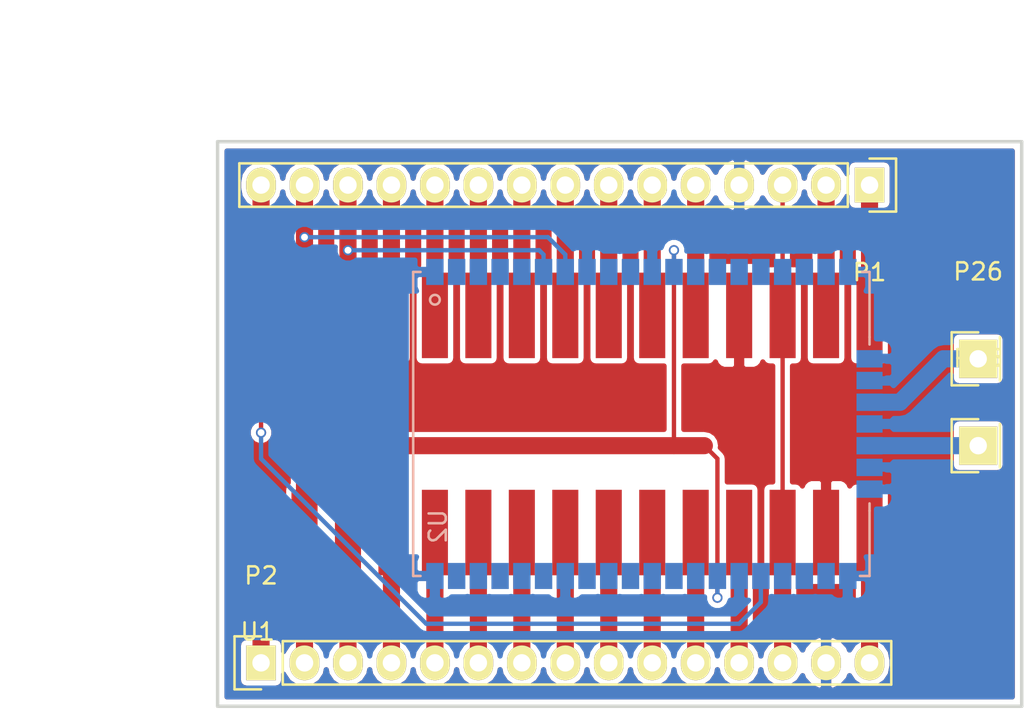
<source format=kicad_pcb>
(kicad_pcb (version 4) (host pcbnew 4.0.2-4+6225~38~ubuntu14.04.1-stable)

  (general
    (links 52)
    (no_connects 5)
    (area 84.710001 55.57 147.348334 96.620001)
    (thickness 1.6)
    (drawings 7)
    (tracks 62)
    (zones 0)
    (modules 6)
    (nets 31)
  )

  (page A4)
  (layers
    (0 F.Cu signal hide)
    (31 B.Cu signal)
    (32 B.Adhes user hide)
    (33 F.Adhes user hide)
    (34 B.Paste user hide)
    (35 F.Paste user hide)
    (36 B.SilkS user hide)
    (37 F.SilkS user hide)
    (38 B.Mask user hide)
    (39 F.Mask user hide)
    (40 Dwgs.User user hide)
    (41 Cmts.User user hide)
    (42 Eco1.User user hide)
    (43 Eco2.User user hide)
    (44 Edge.Cuts user)
    (45 Margin user hide)
    (46 B.CrtYd user hide)
    (47 F.CrtYd user hide)
    (48 B.Fab user hide)
    (49 F.Fab user)
  )

  (setup
    (last_trace_width 1)
    (trace_clearance 0.2)
    (zone_clearance 0.3)
    (zone_45_only yes)
    (trace_min 0.2)
    (segment_width 0.2)
    (edge_width 0.2)
    (via_size 0.6)
    (via_drill 0.4)
    (via_min_size 0.4)
    (via_min_drill 0.3)
    (uvia_size 0.3)
    (uvia_drill 0.1)
    (uvias_allowed no)
    (uvia_min_size 0.2)
    (uvia_min_drill 0.1)
    (pcb_text_width 0.3)
    (pcb_text_size 1.5 1.5)
    (mod_edge_width 0.15)
    (mod_text_size 1 1)
    (mod_text_width 0.15)
    (pad_size 1.524 1.524)
    (pad_drill 0.762)
    (pad_to_mask_clearance 0.2)
    (aux_axis_origin 0 0)
    (visible_elements FFFFFF1F)
    (pcbplotparams
      (layerselection 0x01000_80000001)
      (usegerberextensions true)
      (usegerberattributes true)
      (excludeedgelayer true)
      (linewidth 0.100000)
      (plotframeref false)
      (viasonmask false)
      (mode 1)
      (useauxorigin false)
      (hpglpennumber 1)
      (hpglpenspeed 20)
      (hpglpendiameter 15)
      (hpglpenoverlay 2)
      (psnegative false)
      (psa4output false)
      (plotreference false)
      (plotvalue false)
      (plotinvisibletext false)
      (padsonsilk false)
      (subtractmaskfromsilk false)
      (outputformat 1)
      (mirror false)
      (drillshape 0)
      (scaleselection 1)
      (outputdirectory outputs/))
  )

  (net 0 "")
  (net 1 Earth)
  (net 2 /ARDUINO_3V)
  (net 3 /SS_UART_RX)
  (net 4 /SS_UART_TX)
  (net 5 /RN_RESET)
  (net 6 /P12)
  (net 7 /P16)
  (net 8 /P1)
  (net 9 /P3)
  (net 10 /P4)
  (net 11 /P5)
  (net 12 /P6)
  (net 13 /P7)
  (net 14 /P8)
  (net 15 /P9)
  (net 16 /P10)
  (net 17 /P11)
  (net 18 /P13)
  (net 19 /P15)
  (net 20 /P17)
  (net 21 /P20)
  (net 22 /P21)
  (net 23 /P22)
  (net 24 /P23)
  (net 25 /P24)
  (net 26 /P25)
  (net 27 /P26)
  (net 28 /P27)
  (net 29 "Net-(P25-Pad1)")
  (net 30 "Net-(P26-Pad1)")

  (net_class Default "This is the default net class."
    (clearance 0.2)
    (trace_width 1)
    (via_dia 0.6)
    (via_drill 0.4)
    (uvia_dia 0.3)
    (uvia_drill 0.1)
    (add_net /ARDUINO_3V)
    (add_net /P1)
    (add_net /P10)
    (add_net /P11)
    (add_net /P12)
    (add_net /P13)
    (add_net /P15)
    (add_net /P16)
    (add_net /P17)
    (add_net /P20)
    (add_net /P21)
    (add_net /P22)
    (add_net /P23)
    (add_net /P24)
    (add_net /P25)
    (add_net /P26)
    (add_net /P27)
    (add_net /P3)
    (add_net /P4)
    (add_net /P5)
    (add_net /P6)
    (add_net /P7)
    (add_net /P8)
    (add_net /P9)
    (add_net /RN_RESET)
    (add_net /SS_UART_RX)
    (add_net /SS_UART_TX)
    (add_net Earth)
    (add_net "Net-(P25-Pad1)")
    (add_net "Net-(P26-Pad1)")
  )

  (module Socket_Strips:Socket_Strip_Straight_1x01 (layer F.Cu) (tedit 54E9F79C) (tstamp 56C73056)
    (at 142.24 81.28)
    (descr "Through hole socket strip")
    (tags "socket strip")
    (path /56C74B6E)
    (fp_text reference P25 (at 0 -5.1) (layer F.SilkS)
      (effects (font (size 1 1) (thickness 0.15)))
    )
    (fp_text value CONN_01X01 (at 0 -3.1) (layer F.Fab)
      (effects (font (size 1 1) (thickness 0.15)))
    )
    (fp_line (start -1.75 -1.75) (end -1.75 1.75) (layer F.CrtYd) (width 0.05))
    (fp_line (start 1.75 -1.75) (end 1.75 1.75) (layer F.CrtYd) (width 0.05))
    (fp_line (start -1.75 -1.75) (end 1.75 -1.75) (layer F.CrtYd) (width 0.05))
    (fp_line (start -1.75 1.75) (end 1.75 1.75) (layer F.CrtYd) (width 0.05))
    (fp_line (start 1.27 1.27) (end 1.27 -1.27) (layer F.SilkS) (width 0.15))
    (fp_line (start -1.55 -1.55) (end 0 -1.55) (layer F.SilkS) (width 0.15))
    (fp_line (start -1.55 -1.55) (end -1.55 1.55) (layer F.SilkS) (width 0.15))
    (fp_line (start -1.55 1.55) (end 0 1.55) (layer F.SilkS) (width 0.15))
    (pad 1 thru_hole rect (at 0 0) (size 2.2352 2.2352) (drill 1.016) (layers *.Cu *.Mask F.SilkS)
      (net 29 "Net-(P25-Pad1)"))
    (model Socket_Strips.3dshapes/Socket_Strip_Straight_1x01.wrl
      (at (xyz 0 0 0))
      (scale (xyz 1 1 1))
      (rotate (xyz 0 0 180))
    )
  )

  (module Socket_Strips:Socket_Strip_Straight_1x01 (layer F.Cu) (tedit 54E9F79C) (tstamp 56C7305B)
    (at 142.24 76.2)
    (descr "Through hole socket strip")
    (tags "socket strip")
    (path /56C7503B)
    (fp_text reference P26 (at 0 -5.1) (layer F.SilkS)
      (effects (font (size 1 1) (thickness 0.15)))
    )
    (fp_text value CONN_01X01 (at 0 -3.1) (layer F.Fab)
      (effects (font (size 1 1) (thickness 0.15)))
    )
    (fp_line (start -1.75 -1.75) (end -1.75 1.75) (layer F.CrtYd) (width 0.05))
    (fp_line (start 1.75 -1.75) (end 1.75 1.75) (layer F.CrtYd) (width 0.05))
    (fp_line (start -1.75 -1.75) (end 1.75 -1.75) (layer F.CrtYd) (width 0.05))
    (fp_line (start -1.75 1.75) (end 1.75 1.75) (layer F.CrtYd) (width 0.05))
    (fp_line (start 1.27 1.27) (end 1.27 -1.27) (layer F.SilkS) (width 0.15))
    (fp_line (start -1.55 -1.55) (end 0 -1.55) (layer F.SilkS) (width 0.15))
    (fp_line (start -1.55 -1.55) (end -1.55 1.55) (layer F.SilkS) (width 0.15))
    (fp_line (start -1.55 1.55) (end 0 1.55) (layer F.SilkS) (width 0.15))
    (pad 1 thru_hole rect (at 0 0) (size 2.2352 2.2352) (drill 1.016) (layers *.Cu *.Mask F.SilkS)
      (net 30 "Net-(P26-Pad1)"))
    (model Socket_Strips.3dshapes/Socket_Strip_Straight_1x01.wrl
      (at (xyz 0 0 0))
      (scale (xyz 1 1 1))
      (rotate (xyz 0 0 180))
    )
  )

  (module My_Library:RN2483 (layer B.Cu) (tedit 5643193A) (tstamp 56C730B0)
    (at 109.22 88.9 90)
    (path /56C7285F)
    (fp_text reference U2 (at 2.8956 1.4478 90) (layer B.SilkS)
      (effects (font (size 1 1) (thickness 0.15)) (justify mirror))
    )
    (fp_text value RN2483 (at 4.7752 24.2062 90) (layer B.Fab) hide
      (effects (font (size 1 1) (thickness 0.15)) (justify mirror))
    )
    (fp_circle (center 16.1544 1.27) (end 16.2814 1.016) (layer B.SilkS) (width 0.15))
    (fp_line (start 0 0) (end 0 0.4318) (layer B.SilkS) (width 0.15))
    (fp_line (start 17.78 0) (end 17.78 0.4318) (layer B.SilkS) (width 0.15))
    (fp_line (start 17.78 26.67) (end 17.78 26.2382) (layer B.SilkS) (width 0.15))
    (fp_line (start 13.97 26.67) (end 13.5382 26.67) (layer B.SilkS) (width 0.15))
    (fp_line (start 0 26.67) (end 0 26.1112) (layer B.SilkS) (width 0.15))
    (fp_line (start 3.81 26.67) (end 4.2418 26.67) (layer B.SilkS) (width 0.15))
    (fp_line (start 13.97 26.67) (end 17.78 26.67) (layer B.SilkS) (width 0.15))
    (fp_line (start 0 26.67) (end 3.81 26.67) (layer B.SilkS) (width 0.15))
    (fp_line (start 0 0) (end 17.78 0) (layer B.SilkS) (width 0.15))
    (pad 47 smd rect (at 0 1.27 90) (size 1.524 1.016) (layers B.Cu B.Paste B.Mask)
      (net 1 Earth))
    (pad 46 smd rect (at 0 2.54 90) (size 1.524 1.016) (layers B.Cu B.Paste B.Mask))
    (pad 45 smd rect (at 0 3.81 90) (size 1.524 1.016) (layers B.Cu B.Paste B.Mask))
    (pad 44 smd rect (at 0 5.08 90) (size 1.524 1.016) (layers B.Cu B.Paste B.Mask))
    (pad 43 smd rect (at 0 6.35 90) (size 1.524 1.016) (layers B.Cu B.Paste B.Mask))
    (pad 42 smd rect (at 0 7.62 90) (size 1.524 1.016) (layers B.Cu B.Paste B.Mask))
    (pad 41 smd rect (at 0 8.89 90) (size 1.524 1.016) (layers B.Cu B.Paste B.Mask)
      (net 1 Earth))
    (pad 40 smd rect (at 0 10.16 90) (size 1.524 1.016) (layers B.Cu B.Paste B.Mask))
    (pad 39 smd rect (at 0 11.43 90) (size 1.524 1.016) (layers B.Cu B.Paste B.Mask))
    (pad 38 smd rect (at 0 12.7 90) (size 1.524 1.016) (layers B.Cu B.Paste B.Mask))
    (pad 37 smd rect (at 0 13.97 90) (size 1.524 1.016) (layers B.Cu B.Paste B.Mask))
    (pad 36 smd rect (at 0 15.24 90) (size 1.524 1.016) (layers B.Cu B.Paste B.Mask))
    (pad 35 smd rect (at 0 16.51 90) (size 1.524 1.016) (layers B.Cu B.Paste B.Mask))
    (pad 34 smd rect (at 0 17.78 90) (size 1.524 1.016) (layers B.Cu B.Paste B.Mask)
      (net 2 /ARDUINO_3V))
    (pad 33 smd rect (at 0 19.05 90) (size 1.524 1.016) (layers B.Cu B.Paste B.Mask)
      (net 1 Earth))
    (pad 32 smd rect (at 0 20.32 90) (size 1.524 1.016) (layers B.Cu B.Paste B.Mask)
      (net 5 /RN_RESET))
    (pad 31 smd rect (at 0 21.59 90) (size 1.524 1.016) (layers B.Cu B.Paste B.Mask))
    (pad 30 smd rect (at 0 22.86 90) (size 1.524 1.016) (layers B.Cu B.Paste B.Mask))
    (pad 29 smd rect (at 0 24.13 90) (size 1.524 1.016) (layers B.Cu B.Paste B.Mask))
    (pad 28 smd rect (at 0 25.4 90) (size 1.524 1.016) (layers B.Cu B.Paste B.Mask)
      (net 1 Earth))
    (pad 20 smd rect (at 17.78 25.4 90) (size 1.524 1.016) (layers B.Cu B.Paste B.Mask)
      (net 1 Earth))
    (pad 27 smd rect (at 5.08 26.67 90) (size 1.016 1.524) (layers B.Cu B.Paste B.Mask)
      (net 1 Earth))
    (pad 26 smd rect (at 6.35 26.67 90) (size 1.016 1.524) (layers B.Cu B.Paste B.Mask)
      (net 1 Earth))
    (pad 25 smd rect (at 7.62 26.67 90) (size 1.016 1.524) (layers B.Cu B.Paste B.Mask)
      (net 29 "Net-(P25-Pad1)"))
    (pad 24 smd rect (at 8.89 26.67 90) (size 1.016 1.524) (layers B.Cu B.Paste B.Mask)
      (net 1 Earth))
    (pad 23 smd rect (at 10.16 26.67 90) (size 1.016 1.524) (layers B.Cu B.Paste B.Mask)
      (net 30 "Net-(P26-Pad1)"))
    (pad 22 smd rect (at 11.43 26.67 90) (size 1.016 1.524) (layers B.Cu B.Paste B.Mask)
      (net 1 Earth))
    (pad 21 smd rect (at 12.7 26.67 90) (size 1.016 1.524) (layers B.Cu B.Paste B.Mask)
      (net 1 Earth))
    (pad 19 smd rect (at 17.78 24.13 90) (size 1.524 1.016) (layers B.Cu B.Paste B.Mask))
    (pad 18 smd rect (at 17.78 22.86 90) (size 1.524 1.016) (layers B.Cu B.Paste B.Mask))
    (pad 17 smd rect (at 17.78 21.59 90) (size 1.524 1.016) (layers B.Cu B.Paste B.Mask))
    (pad 16 smd rect (at 17.78 20.32 90) (size 1.524 1.016) (layers B.Cu B.Paste B.Mask))
    (pad 15 smd rect (at 17.78 19.05 90) (size 1.524 1.016) (layers B.Cu B.Paste B.Mask))
    (pad 14 smd rect (at 17.78 17.78 90) (size 1.524 1.016) (layers B.Cu B.Paste B.Mask))
    (pad 13 smd rect (at 17.78 16.51 90) (size 1.524 1.016) (layers B.Cu B.Paste B.Mask))
    (pad 12 smd rect (at 17.78 15.24 90) (size 1.524 1.016) (layers B.Cu B.Paste B.Mask)
      (net 2 /ARDUINO_3V))
    (pad 11 smd rect (at 17.78 13.97 90) (size 1.524 1.016) (layers B.Cu B.Paste B.Mask)
      (net 1 Earth))
    (pad 10 smd rect (at 17.78 12.7 90) (size 1.524 1.016) (layers B.Cu B.Paste B.Mask))
    (pad 9 smd rect (at 17.78 11.43 90) (size 1.524 1.016) (layers B.Cu B.Paste B.Mask))
    (pad 8 smd rect (at 17.78 10.16 90) (size 1.524 1.016) (layers B.Cu B.Paste B.Mask)
      (net 1 Earth))
    (pad 7 smd rect (at 17.78 8.89 90) (size 1.524 1.016) (layers B.Cu B.Paste B.Mask)
      (net 4 /SS_UART_TX))
    (pad 6 smd rect (at 17.78 7.62 90) (size 1.524 1.016) (layers B.Cu B.Paste B.Mask)
      (net 3 /SS_UART_RX))
    (pad 5 smd rect (at 17.78 6.35 90) (size 1.524 1.016) (layers B.Cu B.Paste B.Mask))
    (pad 4 smd rect (at 17.78 5.08 90) (size 1.524 1.016) (layers B.Cu B.Paste B.Mask))
    (pad 3 smd rect (at 17.78 3.81 90) (size 1.524 1.016) (layers B.Cu B.Paste B.Mask))
    (pad 2 smd rect (at 17.78 2.54 90) (size 1.524 1.016) (layers B.Cu B.Paste B.Mask))
    (pad 1 smd rect (at 17.78 1.27 90) (size 1.524 1.016) (layers B.Cu B.Paste B.Mask)
      (net 1 Earth))
  )

  (module Socket_Strips:Socket_Strip_Straight_1x15 (layer F.Cu) (tedit 0) (tstamp 56C732A6)
    (at 135.89 66.04 180)
    (descr "Through hole socket strip")
    (tags "socket strip")
    (path /56C794D5)
    (fp_text reference P1 (at 0 -5.1 180) (layer F.SilkS)
      (effects (font (size 1 1) (thickness 0.15)))
    )
    (fp_text value CONN_01X15 (at 0 -3.1 180) (layer F.Fab)
      (effects (font (size 1 1) (thickness 0.15)))
    )
    (fp_line (start -1.75 -1.75) (end -1.75 1.75) (layer F.CrtYd) (width 0.05))
    (fp_line (start 37.35 -1.75) (end 37.35 1.75) (layer F.CrtYd) (width 0.05))
    (fp_line (start -1.75 -1.75) (end 37.35 -1.75) (layer F.CrtYd) (width 0.05))
    (fp_line (start -1.75 1.75) (end 37.35 1.75) (layer F.CrtYd) (width 0.05))
    (fp_line (start 1.27 -1.27) (end 36.83 -1.27) (layer F.SilkS) (width 0.15))
    (fp_line (start 36.83 -1.27) (end 36.83 1.27) (layer F.SilkS) (width 0.15))
    (fp_line (start 36.83 1.27) (end 1.27 1.27) (layer F.SilkS) (width 0.15))
    (fp_line (start -1.55 1.55) (end 0 1.55) (layer F.SilkS) (width 0.15))
    (fp_line (start 1.27 1.27) (end 1.27 -1.27) (layer F.SilkS) (width 0.15))
    (fp_line (start 0 -1.55) (end -1.55 -1.55) (layer F.SilkS) (width 0.15))
    (fp_line (start -1.55 -1.55) (end -1.55 1.55) (layer F.SilkS) (width 0.15))
    (pad 1 thru_hole rect (at 0 0 180) (size 1.7272 2.032) (drill 1.016) (layers *.Cu *.Mask F.SilkS)
      (net 7 /P16))
    (pad 2 thru_hole oval (at 2.54 0 180) (size 1.7272 2.032) (drill 1.016) (layers *.Cu *.Mask F.SilkS)
      (net 20 /P17))
    (pad 3 thru_hole oval (at 5.08 0 180) (size 1.7272 2.032) (drill 1.016) (layers *.Cu *.Mask F.SilkS)
      (net 18 /P13))
    (pad 4 thru_hole oval (at 7.62 0 180) (size 1.7272 2.032) (drill 1.016) (layers *.Cu *.Mask F.SilkS)
      (net 1 Earth))
    (pad 5 thru_hole oval (at 10.16 0 180) (size 1.7272 2.032) (drill 1.016) (layers *.Cu *.Mask F.SilkS)
      (net 21 /P20))
    (pad 6 thru_hole oval (at 12.7 0 180) (size 1.7272 2.032) (drill 1.016) (layers *.Cu *.Mask F.SilkS)
      (net 22 /P21))
    (pad 7 thru_hole oval (at 15.24 0 180) (size 1.7272 2.032) (drill 1.016) (layers *.Cu *.Mask F.SilkS)
      (net 23 /P22))
    (pad 8 thru_hole oval (at 17.78 0 180) (size 1.7272 2.032) (drill 1.016) (layers *.Cu *.Mask F.SilkS)
      (net 24 /P23))
    (pad 9 thru_hole oval (at 20.32 0 180) (size 1.7272 2.032) (drill 1.016) (layers *.Cu *.Mask F.SilkS)
      (net 25 /P24))
    (pad 10 thru_hole oval (at 22.86 0 180) (size 1.7272 2.032) (drill 1.016) (layers *.Cu *.Mask F.SilkS)
      (net 26 /P25))
    (pad 11 thru_hole oval (at 25.4 0 180) (size 1.7272 2.032) (drill 1.016) (layers *.Cu *.Mask F.SilkS)
      (net 27 /P26))
    (pad 12 thru_hole oval (at 27.94 0 180) (size 1.7272 2.032) (drill 1.016) (layers *.Cu *.Mask F.SilkS)
      (net 28 /P27))
    (pad 13 thru_hole oval (at 30.48 0 180) (size 1.7272 2.032) (drill 1.016) (layers *.Cu *.Mask F.SilkS)
      (net 3 /SS_UART_RX))
    (pad 14 thru_hole oval (at 33.02 0 180) (size 1.7272 2.032) (drill 1.016) (layers *.Cu *.Mask F.SilkS)
      (net 4 /SS_UART_TX))
    (pad 15 thru_hole oval (at 35.56 0 180) (size 1.7272 2.032) (drill 1.016) (layers *.Cu *.Mask F.SilkS)
      (net 5 /RN_RESET))
    (model Socket_Strips.3dshapes/Socket_Strip_Straight_1x15.wrl
      (at (xyz 0.7 0 0))
      (scale (xyz 1 1 1))
      (rotate (xyz 0 0 180))
    )
  )

  (module Socket_Strips:Socket_Strip_Straight_1x15 (layer F.Cu) (tedit 0) (tstamp 56C732B8)
    (at 100.33 93.98)
    (descr "Through hole socket strip")
    (tags "socket strip")
    (path /56C79532)
    (fp_text reference P2 (at 0 -5.1) (layer F.SilkS)
      (effects (font (size 1 1) (thickness 0.15)))
    )
    (fp_text value CONN_01X15 (at 0 -3.1) (layer F.Fab)
      (effects (font (size 1 1) (thickness 0.15)))
    )
    (fp_line (start -1.75 -1.75) (end -1.75 1.75) (layer F.CrtYd) (width 0.05))
    (fp_line (start 37.35 -1.75) (end 37.35 1.75) (layer F.CrtYd) (width 0.05))
    (fp_line (start -1.75 -1.75) (end 37.35 -1.75) (layer F.CrtYd) (width 0.05))
    (fp_line (start -1.75 1.75) (end 37.35 1.75) (layer F.CrtYd) (width 0.05))
    (fp_line (start 1.27 -1.27) (end 36.83 -1.27) (layer F.SilkS) (width 0.15))
    (fp_line (start 36.83 -1.27) (end 36.83 1.27) (layer F.SilkS) (width 0.15))
    (fp_line (start 36.83 1.27) (end 1.27 1.27) (layer F.SilkS) (width 0.15))
    (fp_line (start -1.55 1.55) (end 0 1.55) (layer F.SilkS) (width 0.15))
    (fp_line (start 1.27 1.27) (end 1.27 -1.27) (layer F.SilkS) (width 0.15))
    (fp_line (start 0 -1.55) (end -1.55 -1.55) (layer F.SilkS) (width 0.15))
    (fp_line (start -1.55 -1.55) (end -1.55 1.55) (layer F.SilkS) (width 0.15))
    (pad 1 thru_hole rect (at 0 0) (size 1.7272 2.032) (drill 1.016) (layers *.Cu *.Mask F.SilkS)
      (net 8 /P1))
    (pad 2 thru_hole oval (at 2.54 0) (size 1.7272 2.032) (drill 1.016) (layers *.Cu *.Mask F.SilkS)
      (net 2 /ARDUINO_3V))
    (pad 3 thru_hole oval (at 5.08 0) (size 1.7272 2.032) (drill 1.016) (layers *.Cu *.Mask F.SilkS)
      (net 9 /P3))
    (pad 4 thru_hole oval (at 7.62 0) (size 1.7272 2.032) (drill 1.016) (layers *.Cu *.Mask F.SilkS)
      (net 10 /P4))
    (pad 5 thru_hole oval (at 10.16 0) (size 1.7272 2.032) (drill 1.016) (layers *.Cu *.Mask F.SilkS)
      (net 11 /P5))
    (pad 6 thru_hole oval (at 12.7 0) (size 1.7272 2.032) (drill 1.016) (layers *.Cu *.Mask F.SilkS)
      (net 12 /P6))
    (pad 7 thru_hole oval (at 15.24 0) (size 1.7272 2.032) (drill 1.016) (layers *.Cu *.Mask F.SilkS)
      (net 13 /P7))
    (pad 8 thru_hole oval (at 17.78 0) (size 1.7272 2.032) (drill 1.016) (layers *.Cu *.Mask F.SilkS)
      (net 14 /P8))
    (pad 9 thru_hole oval (at 20.32 0) (size 1.7272 2.032) (drill 1.016) (layers *.Cu *.Mask F.SilkS)
      (net 15 /P9))
    (pad 10 thru_hole oval (at 22.86 0) (size 1.7272 2.032) (drill 1.016) (layers *.Cu *.Mask F.SilkS)
      (net 16 /P10))
    (pad 11 thru_hole oval (at 25.4 0) (size 1.7272 2.032) (drill 1.016) (layers *.Cu *.Mask F.SilkS)
      (net 17 /P11))
    (pad 12 thru_hole oval (at 27.94 0) (size 1.7272 2.032) (drill 1.016) (layers *.Cu *.Mask F.SilkS)
      (net 6 /P12))
    (pad 13 thru_hole oval (at 30.48 0) (size 1.7272 2.032) (drill 1.016) (layers *.Cu *.Mask F.SilkS)
      (net 18 /P13))
    (pad 14 thru_hole oval (at 33.02 0) (size 1.7272 2.032) (drill 1.016) (layers *.Cu *.Mask F.SilkS)
      (net 1 Earth))
    (pad 15 thru_hole oval (at 35.56 0) (size 1.7272 2.032) (drill 1.016) (layers *.Cu *.Mask F.SilkS)
      (net 19 /P15))
    (model Socket_Strips.3dshapes/Socket_Strip_Straight_1x15.wrl
      (at (xyz 0.7 0 0))
      (scale (xyz 1 1 1))
      (rotate (xyz 0 0 180))
    )
  )

  (module My_Library:SMT_ARDUINO_NANO (layer F.Cu) (tedit 56C738D6) (tstamp 56C73B77)
    (at 100.33 86.36)
    (path /56C72786)
    (fp_text reference U1 (at -0.2 5.8) (layer F.SilkS)
      (effects (font (size 1 1) (thickness 0.15)))
    )
    (fp_text value arduino_mini (at 0.3 4.3) (layer F.Fab)
      (effects (font (size 1 1) (thickness 0.15)))
    )
    (pad 1 smd rect (at 0 0) (size 1.524 5) (layers F.Cu F.Paste F.Mask)
      (net 8 /P1))
    (pad 2 smd rect (at 2.54 0) (size 1.524 5) (layers F.Cu F.Paste F.Mask)
      (net 2 /ARDUINO_3V))
    (pad 3 smd rect (at 5.08 0) (size 1.524 5) (layers F.Cu F.Paste F.Mask)
      (net 9 /P3))
    (pad 4 smd rect (at 7.62 0) (size 1.524 5) (layers F.Cu F.Paste F.Mask)
      (net 10 /P4))
    (pad 5 smd rect (at 10.16 0) (size 1.524 5) (layers F.Cu F.Paste F.Mask)
      (net 11 /P5))
    (pad 6 smd rect (at 12.7 0) (size 1.524 5) (layers F.Cu F.Paste F.Mask)
      (net 12 /P6))
    (pad 7 smd rect (at 15.24 0) (size 1.524 5) (layers F.Cu F.Paste F.Mask)
      (net 13 /P7))
    (pad 8 smd rect (at 17.78 0) (size 1.524 5) (layers F.Cu F.Paste F.Mask)
      (net 14 /P8))
    (pad 9 smd rect (at 20.32 0) (size 1.524 5) (layers F.Cu F.Paste F.Mask)
      (net 15 /P9))
    (pad 10 smd rect (at 22.86 0) (size 1.524 5) (layers F.Cu F.Paste F.Mask)
      (net 16 /P10))
    (pad 11 smd rect (at 25.4 0) (size 1.524 5) (layers F.Cu F.Paste F.Mask)
      (net 17 /P11))
    (pad 12 smd rect (at 27.94 0) (size 1.524 5) (layers F.Cu F.Paste F.Mask)
      (net 6 /P12))
    (pad 13 smd rect (at 30.48 0) (size 1.524 5) (layers F.Cu F.Paste F.Mask)
      (net 18 /P13))
    (pad 14 smd rect (at 33.02 0) (size 1.524 5) (layers F.Cu F.Paste F.Mask)
      (net 1 Earth))
    (pad 15 smd rect (at 35.56 0) (size 1.524 5) (layers F.Cu F.Paste F.Mask)
      (net 19 /P15))
    (pad 16 smd rect (at 35.56 -12.7) (size 1.524 5) (layers F.Cu F.Paste F.Mask)
      (net 7 /P16))
    (pad 17 smd rect (at 33.02 -12.7) (size 1.524 5) (layers F.Cu F.Paste F.Mask)
      (net 20 /P17))
    (pad 18 smd rect (at 30.48 -12.7) (size 1.524 5) (layers F.Cu F.Paste F.Mask)
      (net 18 /P13))
    (pad 19 smd rect (at 27.94 -12.7) (size 1.524 5) (layers F.Cu F.Paste F.Mask)
      (net 1 Earth))
    (pad 20 smd rect (at 25.4 -12.7) (size 1.524 5) (layers F.Cu F.Paste F.Mask)
      (net 21 /P20))
    (pad 21 smd rect (at 22.86 -12.7) (size 1.524 5) (layers F.Cu F.Paste F.Mask)
      (net 22 /P21))
    (pad 22 smd rect (at 20.32 -12.7) (size 1.524 5) (layers F.Cu F.Paste F.Mask)
      (net 23 /P22))
    (pad 23 smd rect (at 17.78 -12.7) (size 1.524 5) (layers F.Cu F.Paste F.Mask)
      (net 24 /P23))
    (pad 24 smd rect (at 15.24 -12.7) (size 1.524 5) (layers F.Cu F.Paste F.Mask)
      (net 25 /P24))
    (pad 25 smd rect (at 12.7 -12.7) (size 1.524 5) (layers F.Cu F.Paste F.Mask)
      (net 26 /P25))
    (pad 26 smd rect (at 10.16 -12.7) (size 1.524 5) (layers F.Cu F.Paste F.Mask)
      (net 27 /P26))
    (pad 27 smd rect (at 7.62 -12.7) (size 1.524 5) (layers F.Cu F.Paste F.Mask)
      (net 28 /P27))
    (pad 28 smd rect (at 5.08 -12.7) (size 1.524 5) (layers F.Cu F.Paste F.Mask)
      (net 3 /SS_UART_RX))
    (pad 29 smd rect (at 2.54 -12.7) (size 1.524 5) (layers F.Cu F.Paste F.Mask)
      (net 4 /SS_UART_TX))
    (pad 30 smd rect (at 0 -12.7) (size 1.524 5) (layers F.Cu F.Paste F.Mask)
      (net 5 /RN_RESET))
  )

  (dimension 33.02 (width 0.3) (layer F.Fab)
    (gr_text "33.020 mm" (at 91.36 80.01 270) (layer F.Fab)
      (effects (font (size 1.5 1.5) (thickness 0.3)))
    )
    (feature1 (pts (xy 97.79 96.52) (xy 90.01 96.52)))
    (feature2 (pts (xy 97.79 63.5) (xy 90.01 63.5)))
    (crossbar (pts (xy 92.71 63.5) (xy 92.71 96.52)))
    (arrow1a (pts (xy 92.71 96.52) (xy 92.123579 95.393496)))
    (arrow1b (pts (xy 92.71 96.52) (xy 93.296421 95.393496)))
    (arrow2a (pts (xy 92.71 63.5) (xy 92.123579 64.626504)))
    (arrow2b (pts (xy 92.71 63.5) (xy 93.296421 64.626504)))
  )
  (dimension 46.99 (width 0.3) (layer F.Fab)
    (gr_text "46.990 mm" (at 121.285 57.07) (layer F.Fab)
      (effects (font (size 1.5 1.5) (thickness 0.3)))
    )
    (feature1 (pts (xy 144.78 63.5) (xy 144.78 55.72)))
    (feature2 (pts (xy 97.79 63.5) (xy 97.79 55.72)))
    (crossbar (pts (xy 97.79 58.42) (xy 144.78 58.42)))
    (arrow1a (pts (xy 144.78 58.42) (xy 143.653496 59.006421)))
    (arrow1b (pts (xy 144.78 58.42) (xy 143.653496 57.833579)))
    (arrow2a (pts (xy 97.79 58.42) (xy 98.916504 59.006421)))
    (arrow2b (pts (xy 97.79 58.42) (xy 98.916504 57.833579)))
  )
  (gr_line (start 97.79 63.5) (end 144.78 63.5) (angle 90) (layer Edge.Cuts) (width 0.2))
  (gr_line (start 97.79 96.52) (end 97.79 63.5) (angle 90) (layer Edge.Cuts) (width 0.2))
  (gr_line (start 144.78 96.52) (end 97.79 96.52) (angle 90) (layer Edge.Cuts) (width 0.2))
  (gr_line (start 144.78 63.5) (end 144.78 96.52) (angle 90) (layer Edge.Cuts) (width 0.2))
  (gr_text "2016 TTN\nEnschede" (at 140.97 95.25 90) (layer F.Cu)
    (effects (font (size 1.5 1.5) (thickness 0.3)) (justify left))
  )

  (segment (start 124.46 81.28) (end 124.46 69.85) (width 0.254) (layer F.Cu) (net 2))
  (segment (start 124.46 69.85) (end 124.46 71.12) (width 0.254) (layer B.Cu) (net 2) (tstamp 56C73D2D))
  (via (at 124.46 69.85) (size 0.6) (drill 0.4) (layers F.Cu B.Cu) (net 2))
  (segment (start 126.238 81.28) (end 127 82.042) (width 0.254) (layer F.Cu) (net 2))
  (segment (start 102.87 82.804) (end 104.394 81.28) (width 1) (layer F.Cu) (net 2) (tstamp 56C73D1E))
  (segment (start 104.394 81.28) (end 124.46 81.28) (width 1) (layer F.Cu) (net 2) (tstamp 56C73D1F))
  (segment (start 124.46 81.28) (end 126.238 81.28) (width 1) (layer F.Cu) (net 2) (tstamp 56C73D29))
  (segment (start 102.87 86.36) (end 102.87 82.804) (width 1) (layer F.Cu) (net 2))
  (segment (start 127 90.17) (end 127 88.9) (width 0.254) (layer B.Cu) (net 2) (tstamp 56C73D26))
  (via (at 127 90.17) (size 0.6) (drill 0.4) (layers F.Cu B.Cu) (net 2))
  (segment (start 127 82.042) (end 127 90.17) (width 0.254) (layer F.Cu) (net 2) (tstamp 56C73D23))
  (segment (start 102.87 93.98) (end 102.87 86.36) (width 1) (layer F.Cu) (net 2))
  (segment (start 116.84 71.12) (end 116.84 70.104) (width 0.254) (layer B.Cu) (net 3))
  (via (at 105.41 69.85) (size 0.6) (drill 0.4) (layers F.Cu B.Cu) (net 3))
  (segment (start 106.426 69.85) (end 105.41 69.85) (width 0.254) (layer B.Cu) (net 3) (tstamp 56C74196))
  (segment (start 116.586 69.85) (end 106.426 69.85) (width 0.254) (layer B.Cu) (net 3) (tstamp 56C74193))
  (segment (start 116.84 70.104) (end 116.586 69.85) (width 0.254) (layer B.Cu) (net 3) (tstamp 56C74191))
  (segment (start 105.41 73.025) (end 105.41 69.85) (width 1) (layer F.Cu) (net 3))
  (segment (start 105.41 69.85) (end 105.41 66.04) (width 1) (layer F.Cu) (net 3) (tstamp 56C741A3))
  (segment (start 118.11 71.12) (end 118.11 70.104) (width 0.254) (layer B.Cu) (net 4))
  (via (at 102.87 69.088) (size 0.6) (drill 0.4) (layers F.Cu B.Cu) (net 4))
  (segment (start 117.094 69.088) (end 102.87 69.088) (width 0.254) (layer B.Cu) (net 4) (tstamp 56C741A8))
  (segment (start 118.11 70.104) (end 117.094 69.088) (width 0.254) (layer B.Cu) (net 4) (tstamp 56C741A6))
  (segment (start 102.87 73.025) (end 102.87 69.088) (width 1) (layer F.Cu) (net 4))
  (segment (start 102.87 69.088) (end 102.87 66.04) (width 1) (layer F.Cu) (net 4) (tstamp 56C741B3))
  (segment (start 129.54 88.9) (end 129.54 90.424) (width 0.254) (layer B.Cu) (net 5) (status 400000))
  (segment (start 100.33 80.518) (end 100.33 73.66) (width 0.254) (layer F.Cu) (net 5) (tstamp 56C74037))
  (via (at 100.33 80.518) (size 0.6) (drill 0.4) (layers F.Cu B.Cu) (net 5))
  (segment (start 100.33 82.042) (end 100.33 80.518) (width 0.254) (layer B.Cu) (net 5) (tstamp 56C7402B))
  (segment (start 109.982 91.694) (end 100.33 82.042) (width 0.254) (layer B.Cu) (net 5) (tstamp 56C74025))
  (segment (start 128.27 91.694) (end 109.982 91.694) (width 0.254) (layer B.Cu) (net 5) (tstamp 56C74024))
  (segment (start 129.54 90.424) (end 128.27 91.694) (width 0.254) (layer B.Cu) (net 5) (tstamp 56C74021))
  (segment (start 100.33 73.025) (end 100.33 66.04) (width 1) (layer F.Cu) (net 5))
  (segment (start 128.27 86.36) (end 128.27 93.98) (width 1) (layer F.Cu) (net 6))
  (segment (start 135.89 73.025) (end 135.89 66.04) (width 1) (layer F.Cu) (net 7))
  (segment (start 100.33 93.98) (end 100.33 86.36) (width 1) (layer F.Cu) (net 8))
  (segment (start 105.41 93.98) (end 105.41 86.36) (width 1) (layer F.Cu) (net 9))
  (segment (start 107.95 93.98) (end 107.95 86.36) (width 1) (layer F.Cu) (net 10))
  (segment (start 110.49 93.98) (end 110.49 86.36) (width 1) (layer F.Cu) (net 11))
  (segment (start 113.03 93.98) (end 113.03 86.36) (width 1) (layer F.Cu) (net 12))
  (segment (start 115.57 93.98) (end 115.57 86.36) (width 1) (layer F.Cu) (net 13))
  (segment (start 118.11 93.98) (end 118.11 86.36) (width 1) (layer F.Cu) (net 14))
  (segment (start 120.65 93.98) (end 120.65 86.36) (width 1) (layer F.Cu) (net 15))
  (segment (start 123.19 93.98) (end 123.19 86.36) (width 1) (layer F.Cu) (net 16))
  (segment (start 125.73 93.98) (end 125.73 86.36) (width 1) (layer F.Cu) (net 17))
  (segment (start 130.81 86.36) (end 130.81 73.66) (width 0.254) (layer F.Cu) (net 18))
  (segment (start 130.81 73.66) (end 130.81 66.04) (width 0.254) (layer F.Cu) (net 18) (tstamp 56C73FF0))
  (segment (start 130.81 93.98) (end 130.81 86.36) (width 1) (layer F.Cu) (net 18))
  (segment (start 135.89 86.36) (end 135.89 93.98) (width 1) (layer F.Cu) (net 19))
  (segment (start 133.35 73.025) (end 133.35 66.04) (width 1) (layer F.Cu) (net 20))
  (segment (start 125.73 73.025) (end 125.73 66.04) (width 1) (layer F.Cu) (net 21))
  (segment (start 123.19 73.025) (end 123.19 66.04) (width 1) (layer F.Cu) (net 22))
  (segment (start 120.65 73.025) (end 120.65 66.04) (width 1) (layer F.Cu) (net 23))
  (segment (start 118.11 73.025) (end 118.11 66.04) (width 1) (layer F.Cu) (net 24))
  (segment (start 115.57 73.025) (end 115.57 66.04) (width 1) (layer F.Cu) (net 25))
  (segment (start 113.03 73.025) (end 113.03 66.04) (width 1) (layer F.Cu) (net 26))
  (segment (start 110.49 73.025) (end 110.49 66.04) (width 1) (layer F.Cu) (net 27))
  (segment (start 107.95 73.025) (end 107.95 66.04) (width 1) (layer F.Cu) (net 28))
  (segment (start 135.89 81.28) (end 142.24 81.28) (width 1) (layer B.Cu) (net 29))
  (segment (start 135.89 78.74) (end 137.668 78.74) (width 1) (layer B.Cu) (net 30))
  (segment (start 140.208 76.2) (end 142.24 76.2) (width 1) (layer B.Cu) (net 30) (tstamp 56C74479))
  (segment (start 137.668 78.74) (end 140.208 76.2) (width 1) (layer B.Cu) (net 30) (tstamp 56C74471))

  (zone (net 1) (net_name Earth) (layer F.Cu) (tstamp 56C7459F) (hatch edge 0.508)
    (connect_pads (clearance 0.3))
    (min_thickness 0.3)
    (fill yes (arc_segments 16) (thermal_gap 0.508) (thermal_bridge_width 0.6))
    (polygon
      (pts
        (xy 97.79 63.5) (xy 144.78 63.5) (xy 144.78 96.52) (xy 97.79 96.52)
      )
    )
    (filled_polygon
      (pts
        (xy 144.23 95.97) (xy 98.34 95.97) (xy 98.34 92.964) (xy 99.007584 92.964) (xy 99.007584 94.996)
        (xy 99.038962 95.16276) (xy 99.137517 95.315919) (xy 99.287895 95.418668) (xy 99.4664 95.454816) (xy 101.1936 95.454816)
        (xy 101.36036 95.423438) (xy 101.513519 95.324883) (xy 101.616268 95.174505) (xy 101.652416 94.996) (xy 101.652416 94.643825)
        (xy 101.656392 94.663814) (xy 101.941145 95.089976) (xy 102.367307 95.374729) (xy 102.87 95.474721) (xy 103.372693 95.374729)
        (xy 103.798855 95.089976) (xy 104.083608 94.663814) (xy 104.14 94.380313) (xy 104.196392 94.663814) (xy 104.481145 95.089976)
        (xy 104.907307 95.374729) (xy 105.41 95.474721) (xy 105.912693 95.374729) (xy 106.338855 95.089976) (xy 106.623608 94.663814)
        (xy 106.68 94.380313) (xy 106.736392 94.663814) (xy 107.021145 95.089976) (xy 107.447307 95.374729) (xy 107.95 95.474721)
        (xy 108.452693 95.374729) (xy 108.878855 95.089976) (xy 109.163608 94.663814) (xy 109.22 94.380313) (xy 109.276392 94.663814)
        (xy 109.561145 95.089976) (xy 109.987307 95.374729) (xy 110.49 95.474721) (xy 110.992693 95.374729) (xy 111.418855 95.089976)
        (xy 111.703608 94.663814) (xy 111.76 94.380313) (xy 111.816392 94.663814) (xy 112.101145 95.089976) (xy 112.527307 95.374729)
        (xy 113.03 95.474721) (xy 113.532693 95.374729) (xy 113.958855 95.089976) (xy 114.243608 94.663814) (xy 114.3 94.380313)
        (xy 114.356392 94.663814) (xy 114.641145 95.089976) (xy 115.067307 95.374729) (xy 115.57 95.474721) (xy 116.072693 95.374729)
        (xy 116.498855 95.089976) (xy 116.783608 94.663814) (xy 116.84 94.380313) (xy 116.896392 94.663814) (xy 117.181145 95.089976)
        (xy 117.607307 95.374729) (xy 118.11 95.474721) (xy 118.612693 95.374729) (xy 119.038855 95.089976) (xy 119.323608 94.663814)
        (xy 119.38 94.380313) (xy 119.436392 94.663814) (xy 119.721145 95.089976) (xy 120.147307 95.374729) (xy 120.65 95.474721)
        (xy 121.152693 95.374729) (xy 121.578855 95.089976) (xy 121.863608 94.663814) (xy 121.92 94.380313) (xy 121.976392 94.663814)
        (xy 122.261145 95.089976) (xy 122.687307 95.374729) (xy 123.19 95.474721) (xy 123.692693 95.374729) (xy 124.118855 95.089976)
        (xy 124.403608 94.663814) (xy 124.46 94.380313) (xy 124.516392 94.663814) (xy 124.801145 95.089976) (xy 125.227307 95.374729)
        (xy 125.73 95.474721) (xy 126.232693 95.374729) (xy 126.658855 95.089976) (xy 126.943608 94.663814) (xy 127 94.380313)
        (xy 127.056392 94.663814) (xy 127.341145 95.089976) (xy 127.767307 95.374729) (xy 128.27 95.474721) (xy 128.772693 95.374729)
        (xy 129.198855 95.089976) (xy 129.483608 94.663814) (xy 129.54 94.380313) (xy 129.596392 94.663814) (xy 129.881145 95.089976)
        (xy 130.307307 95.374729) (xy 130.81 95.474721) (xy 131.312693 95.374729) (xy 131.738855 95.089976) (xy 131.979467 94.729876)
        (xy 132.051268 94.92545) (xy 132.453615 95.362086) (xy 132.964976 95.604481) (xy 133.2 95.481185) (xy 133.2 94.13)
        (xy 133.18 94.13) (xy 133.18 93.83) (xy 133.2 93.83) (xy 133.2 92.478815) (xy 132.964976 92.355519)
        (xy 132.453615 92.597914) (xy 132.051268 93.03455) (xy 131.979467 93.230124) (xy 131.76 92.90167) (xy 131.76 89.27377)
        (xy 131.891919 89.188883) (xy 131.966687 89.079456) (xy 132.030175 89.232727) (xy 132.215273 89.417826) (xy 132.457116 89.518)
        (xy 133.0355 89.518) (xy 133.2 89.3535) (xy 133.2 86.51) (xy 133.18 86.51) (xy 133.18 86.21)
        (xy 133.2 86.21) (xy 133.2 83.3665) (xy 133.5 83.3665) (xy 133.5 86.21) (xy 133.52 86.21)
        (xy 133.52 86.51) (xy 133.5 86.51) (xy 133.5 89.3535) (xy 133.6645 89.518) (xy 134.242884 89.518)
        (xy 134.484727 89.417826) (xy 134.669825 89.232727) (xy 134.733766 89.078361) (xy 134.799117 89.179919) (xy 134.94 89.27618)
        (xy 134.94 92.90167) (xy 134.720533 93.230124) (xy 134.648732 93.03455) (xy 134.246385 92.597914) (xy 133.735024 92.355519)
        (xy 133.5 92.478815) (xy 133.5 93.83) (xy 133.52 93.83) (xy 133.52 94.13) (xy 133.5 94.13)
        (xy 133.5 95.481185) (xy 133.735024 95.604481) (xy 134.246385 95.362086) (xy 134.648732 94.92545) (xy 134.720533 94.729876)
        (xy 134.961145 95.089976) (xy 135.387307 95.374729) (xy 135.89 95.474721) (xy 136.392693 95.374729) (xy 136.818855 95.089976)
        (xy 137.103608 94.663814) (xy 137.2036 94.161121) (xy 137.2036 93.798879) (xy 137.103608 93.296186) (xy 136.84 92.90167)
        (xy 136.84 89.27377) (xy 136.971919 89.188883) (xy 137.074668 89.038505) (xy 137.110816 88.86) (xy 137.110816 83.935716)
        (xy 137.82 83.935716) (xy 137.82 95.85) (xy 143.82 95.85) (xy 143.82 83.935716) (xy 137.82 83.935716)
        (xy 137.110816 83.935716) (xy 137.110816 83.86) (xy 137.079438 83.69324) (xy 136.980883 83.540081) (xy 136.830505 83.437332)
        (xy 136.652 83.401184) (xy 135.128 83.401184) (xy 134.96124 83.432562) (xy 134.808081 83.531117) (xy 134.733313 83.640544)
        (xy 134.669825 83.487273) (xy 134.484727 83.302174) (xy 134.242884 83.202) (xy 133.6645 83.202) (xy 133.5 83.3665)
        (xy 133.2 83.3665) (xy 133.0355 83.202) (xy 132.457116 83.202) (xy 132.215273 83.302174) (xy 132.030175 83.487273)
        (xy 131.966234 83.641639) (xy 131.900883 83.540081) (xy 131.750505 83.437332) (xy 131.572 83.401184) (xy 131.387 83.401184)
        (xy 131.387 80.1624) (xy 140.663584 80.1624) (xy 140.663584 82.3976) (xy 140.694962 82.56436) (xy 140.793517 82.717519)
        (xy 140.943895 82.820268) (xy 141.1224 82.856416) (xy 143.3576 82.856416) (xy 143.52436 82.825038) (xy 143.677519 82.726483)
        (xy 143.780268 82.576105) (xy 143.816416 82.3976) (xy 143.816416 80.1624) (xy 143.785038 79.99564) (xy 143.686483 79.842481)
        (xy 143.536105 79.739732) (xy 143.3576 79.703584) (xy 141.1224 79.703584) (xy 140.95564 79.734962) (xy 140.802481 79.833517)
        (xy 140.699732 79.983895) (xy 140.663584 80.1624) (xy 131.387 80.1624) (xy 131.387 76.618816) (xy 131.572 76.618816)
        (xy 131.73876 76.587438) (xy 131.891919 76.488883) (xy 131.994668 76.338505) (xy 132.030816 76.16) (xy 132.030816 71.16)
        (xy 131.999438 70.99324) (xy 131.900883 70.840081) (xy 131.750505 70.737332) (xy 131.572 70.701184) (xy 131.387 70.701184)
        (xy 131.387 67.385079) (xy 131.738855 67.149976) (xy 132.023608 66.723814) (xy 132.08 66.440313) (xy 132.136392 66.723814)
        (xy 132.4 67.11833) (xy 132.4 70.74623) (xy 132.268081 70.831117) (xy 132.165332 70.981495) (xy 132.129184 71.16)
        (xy 132.129184 76.16) (xy 132.160562 76.32676) (xy 132.259117 76.479919) (xy 132.409495 76.582668) (xy 132.588 76.618816)
        (xy 134.112 76.618816) (xy 134.27876 76.587438) (xy 134.431919 76.488883) (xy 134.534668 76.338505) (xy 134.570816 76.16)
        (xy 134.570816 71.16) (xy 134.539438 70.99324) (xy 134.440883 70.840081) (xy 134.3 70.74382) (xy 134.3 67.11833)
        (xy 134.563608 66.723814) (xy 134.567584 66.703825) (xy 134.567584 67.056) (xy 134.598962 67.22276) (xy 134.697517 67.375919)
        (xy 134.847895 67.478668) (xy 134.94 67.49732) (xy 134.94 70.74623) (xy 134.808081 70.831117) (xy 134.705332 70.981495)
        (xy 134.669184 71.16) (xy 134.669184 76.16) (xy 134.700562 76.32676) (xy 134.799117 76.479919) (xy 134.949495 76.582668)
        (xy 135.128 76.618816) (xy 136.652 76.618816) (xy 136.81876 76.587438) (xy 136.971919 76.488883) (xy 137.074668 76.338505)
        (xy 137.110816 76.16) (xy 137.110816 75.0824) (xy 140.663584 75.0824) (xy 140.663584 77.3176) (xy 140.694962 77.48436)
        (xy 140.793517 77.637519) (xy 140.943895 77.740268) (xy 141.1224 77.776416) (xy 143.3576 77.776416) (xy 143.52436 77.745038)
        (xy 143.677519 77.646483) (xy 143.780268 77.496105) (xy 143.816416 77.3176) (xy 143.816416 75.0824) (xy 143.785038 74.91564)
        (xy 143.686483 74.762481) (xy 143.536105 74.659732) (xy 143.3576 74.623584) (xy 141.1224 74.623584) (xy 140.95564 74.654962)
        (xy 140.802481 74.753517) (xy 140.699732 74.903895) (xy 140.663584 75.0824) (xy 137.110816 75.0824) (xy 137.110816 71.16)
        (xy 137.079438 70.99324) (xy 136.980883 70.840081) (xy 136.84 70.74382) (xy 136.84 67.498559) (xy 136.92036 67.483438)
        (xy 137.073519 67.384883) (xy 137.176268 67.234505) (xy 137.212416 67.056) (xy 137.212416 65.024) (xy 137.181038 64.85724)
        (xy 137.082483 64.704081) (xy 136.932105 64.601332) (xy 136.7536 64.565184) (xy 135.0264 64.565184) (xy 134.85964 64.596562)
        (xy 134.706481 64.695117) (xy 134.603732 64.845495) (xy 134.567584 65.024) (xy 134.567584 65.376175) (xy 134.563608 65.356186)
        (xy 134.278855 64.930024) (xy 133.852693 64.645271) (xy 133.35 64.545279) (xy 132.847307 64.645271) (xy 132.421145 64.930024)
        (xy 132.136392 65.356186) (xy 132.08 65.639687) (xy 132.023608 65.356186) (xy 131.738855 64.930024) (xy 131.312693 64.645271)
        (xy 130.81 64.545279) (xy 130.307307 64.645271) (xy 129.881145 64.930024) (xy 129.640533 65.290124) (xy 129.568732 65.09455)
        (xy 129.166385 64.657914) (xy 128.655024 64.415519) (xy 128.42 64.538815) (xy 128.42 65.89) (xy 128.44 65.89)
        (xy 128.44 66.19) (xy 128.42 66.19) (xy 128.42 67.541185) (xy 128.655024 67.664481) (xy 129.166385 67.422086)
        (xy 129.568732 66.98545) (xy 129.640533 66.789876) (xy 129.881145 67.149976) (xy 130.233 67.385079) (xy 130.233 70.701184)
        (xy 130.048 70.701184) (xy 129.88124 70.732562) (xy 129.728081 70.831117) (xy 129.653313 70.940544) (xy 129.589825 70.787273)
        (xy 129.404727 70.602174) (xy 129.162884 70.502) (xy 128.5845 70.502) (xy 128.42 70.6665) (xy 128.42 73.51)
        (xy 128.44 73.51) (xy 128.44 73.81) (xy 128.42 73.81) (xy 128.42 76.6535) (xy 128.5845 76.818)
        (xy 129.162884 76.818) (xy 129.404727 76.717826) (xy 129.589825 76.532727) (xy 129.653766 76.378361) (xy 129.719117 76.479919)
        (xy 129.869495 76.582668) (xy 130.048 76.618816) (xy 130.233 76.618816) (xy 130.233 83.401184) (xy 130.048 83.401184)
        (xy 129.88124 83.432562) (xy 129.728081 83.531117) (xy 129.625332 83.681495) (xy 129.589184 83.86) (xy 129.589184 88.86)
        (xy 129.620562 89.02676) (xy 129.719117 89.179919) (xy 129.86 89.27618) (xy 129.86 92.90167) (xy 129.596392 93.296186)
        (xy 129.54 93.579687) (xy 129.483608 93.296186) (xy 129.22 92.90167) (xy 129.22 89.27377) (xy 129.351919 89.188883)
        (xy 129.454668 89.038505) (xy 129.490816 88.86) (xy 129.490816 83.86) (xy 129.459438 83.69324) (xy 129.360883 83.540081)
        (xy 129.210505 83.437332) (xy 129.032 83.401184) (xy 127.577 83.401184) (xy 127.577 82.042005) (xy 127.577001 82.042)
        (xy 127.533078 81.821192) (xy 127.527656 81.813078) (xy 127.408001 81.633999) (xy 127.407998 81.633997) (xy 127.165768 81.391767)
        (xy 127.188 81.28) (xy 127.115686 80.916451) (xy 126.909751 80.608249) (xy 126.601549 80.402314) (xy 126.238 80.33)
        (xy 125.037 80.33) (xy 125.037 76.618816) (xy 126.492 76.618816) (xy 126.65876 76.587438) (xy 126.811919 76.488883)
        (xy 126.886687 76.379456) (xy 126.950175 76.532727) (xy 127.135273 76.717826) (xy 127.377116 76.818) (xy 127.9555 76.818)
        (xy 128.12 76.6535) (xy 128.12 73.81) (xy 128.1 73.81) (xy 128.1 73.51) (xy 128.12 73.51)
        (xy 128.12 70.6665) (xy 127.9555 70.502) (xy 127.377116 70.502) (xy 127.135273 70.602174) (xy 126.950175 70.787273)
        (xy 126.886234 70.941639) (xy 126.820883 70.840081) (xy 126.68 70.74382) (xy 126.68 67.11833) (xy 126.899467 66.789876)
        (xy 126.971268 66.98545) (xy 127.373615 67.422086) (xy 127.884976 67.664481) (xy 128.12 67.541185) (xy 128.12 66.19)
        (xy 128.1 66.19) (xy 128.1 65.89) (xy 128.12 65.89) (xy 128.12 64.538815) (xy 127.884976 64.415519)
        (xy 127.373615 64.657914) (xy 126.971268 65.09455) (xy 126.899467 65.290124) (xy 126.658855 64.930024) (xy 126.232693 64.645271)
        (xy 125.73 64.545279) (xy 125.227307 64.645271) (xy 124.801145 64.930024) (xy 124.516392 65.356186) (xy 124.46 65.639687)
        (xy 124.403608 65.356186) (xy 124.118855 64.930024) (xy 123.692693 64.645271) (xy 123.19 64.545279) (xy 122.687307 64.645271)
        (xy 122.261145 64.930024) (xy 121.976392 65.356186) (xy 121.92 65.639687) (xy 121.863608 65.356186) (xy 121.578855 64.930024)
        (xy 121.152693 64.645271) (xy 120.65 64.545279) (xy 120.147307 64.645271) (xy 119.721145 64.930024) (xy 119.436392 65.356186)
        (xy 119.38 65.639687) (xy 119.323608 65.356186) (xy 119.038855 64.930024) (xy 118.612693 64.645271) (xy 118.11 64.545279)
        (xy 117.607307 64.645271) (xy 117.181145 64.930024) (xy 116.896392 65.356186) (xy 116.84 65.639687) (xy 116.783608 65.356186)
        (xy 116.498855 64.930024) (xy 116.072693 64.645271) (xy 115.57 64.545279) (xy 115.067307 64.645271) (xy 114.641145 64.930024)
        (xy 114.356392 65.356186) (xy 114.3 65.639687) (xy 114.243608 65.356186) (xy 113.958855 64.930024) (xy 113.532693 64.645271)
        (xy 113.03 64.545279) (xy 112.527307 64.645271) (xy 112.101145 64.930024) (xy 111.816392 65.356186) (xy 111.76 65.639687)
        (xy 111.703608 65.356186) (xy 111.418855 64.930024) (xy 110.992693 64.645271) (xy 110.49 64.545279) (xy 109.987307 64.645271)
        (xy 109.561145 64.930024) (xy 109.276392 65.356186) (xy 109.22 65.639687) (xy 109.163608 65.356186) (xy 108.878855 64.930024)
        (xy 108.452693 64.645271) (xy 107.95 64.545279) (xy 107.447307 64.645271) (xy 107.021145 64.930024) (xy 106.736392 65.356186)
        (xy 106.68 65.639687) (xy 106.623608 65.356186) (xy 106.338855 64.930024) (xy 105.912693 64.645271) (xy 105.41 64.545279)
        (xy 104.907307 64.645271) (xy 104.481145 64.930024) (xy 104.196392 65.356186) (xy 104.14 65.639687) (xy 104.083608 65.356186)
        (xy 103.798855 64.930024) (xy 103.372693 64.645271) (xy 102.87 64.545279) (xy 102.367307 64.645271) (xy 101.941145 64.930024)
        (xy 101.656392 65.356186) (xy 101.6 65.639687) (xy 101.543608 65.356186) (xy 101.258855 64.930024) (xy 100.832693 64.645271)
        (xy 100.33 64.545279) (xy 99.827307 64.645271) (xy 99.401145 64.930024) (xy 99.116392 65.356186) (xy 99.0164 65.858879)
        (xy 99.0164 66.221121) (xy 99.116392 66.723814) (xy 99.38 67.11833) (xy 99.38 70.74623) (xy 99.248081 70.831117)
        (xy 99.145332 70.981495) (xy 99.109184 71.16) (xy 99.109184 76.16) (xy 99.140562 76.32676) (xy 99.239117 76.479919)
        (xy 99.389495 76.582668) (xy 99.568 76.618816) (xy 99.753 76.618816) (xy 99.753 80.034259) (xy 99.694552 80.092605)
        (xy 99.580131 80.368161) (xy 99.57987 80.66653) (xy 99.693811 80.942286) (xy 99.904605 81.153448) (xy 100.180161 81.267869)
        (xy 100.47853 81.26813) (xy 100.754286 81.154189) (xy 100.965448 80.943395) (xy 101.079869 80.667839) (xy 101.08013 80.36947)
        (xy 100.966189 80.093714) (xy 100.907 80.034422) (xy 100.907 76.618816) (xy 101.092 76.618816) (xy 101.25876 76.587438)
        (xy 101.411919 76.488883) (xy 101.514668 76.338505) (xy 101.550816 76.16) (xy 101.550816 71.16) (xy 101.519438 70.99324)
        (xy 101.420883 70.840081) (xy 101.28 70.74382) (xy 101.28 67.11833) (xy 101.543608 66.723814) (xy 101.6 66.440313)
        (xy 101.656392 66.723814) (xy 101.92 67.11833) (xy 101.92 70.74623) (xy 101.788081 70.831117) (xy 101.685332 70.981495)
        (xy 101.649184 71.16) (xy 101.649184 76.16) (xy 101.680562 76.32676) (xy 101.779117 76.479919) (xy 101.929495 76.582668)
        (xy 102.108 76.618816) (xy 103.632 76.618816) (xy 103.79876 76.587438) (xy 103.951919 76.488883) (xy 104.054668 76.338505)
        (xy 104.090816 76.16) (xy 104.090816 71.16) (xy 104.059438 70.99324) (xy 103.960883 70.840081) (xy 103.82 70.74382)
        (xy 103.82 67.11833) (xy 104.083608 66.723814) (xy 104.14 66.440313) (xy 104.196392 66.723814) (xy 104.46 67.11833)
        (xy 104.46 70.74623) (xy 104.328081 70.831117) (xy 104.225332 70.981495) (xy 104.189184 71.16) (xy 104.189184 76.16)
        (xy 104.220562 76.32676) (xy 104.319117 76.479919) (xy 104.469495 76.582668) (xy 104.648 76.618816) (xy 106.172 76.618816)
        (xy 106.33876 76.587438) (xy 106.491919 76.488883) (xy 106.594668 76.338505) (xy 106.630816 76.16) (xy 106.630816 71.16)
        (xy 106.599438 70.99324) (xy 106.500883 70.840081) (xy 106.36 70.74382) (xy 106.36 67.11833) (xy 106.623608 66.723814)
        (xy 106.68 66.440313) (xy 106.736392 66.723814) (xy 107 67.11833) (xy 107 70.74623) (xy 106.868081 70.831117)
        (xy 106.765332 70.981495) (xy 106.729184 71.16) (xy 106.729184 76.16) (xy 106.760562 76.32676) (xy 106.859117 76.479919)
        (xy 107.009495 76.582668) (xy 107.188 76.618816) (xy 108.712 76.618816) (xy 108.87876 76.587438) (xy 109.031919 76.488883)
        (xy 109.134668 76.338505) (xy 109.170816 76.16) (xy 109.170816 71.16) (xy 109.139438 70.99324) (xy 109.040883 70.840081)
        (xy 108.9 70.74382) (xy 108.9 67.11833) (xy 109.163608 66.723814) (xy 109.22 66.440313) (xy 109.276392 66.723814)
        (xy 109.54 67.11833) (xy 109.54 70.74623) (xy 109.408081 70.831117) (xy 109.305332 70.981495) (xy 109.269184 71.16)
        (xy 109.269184 76.16) (xy 109.300562 76.32676) (xy 109.399117 76.479919) (xy 109.549495 76.582668) (xy 109.728 76.618816)
        (xy 111.252 76.618816) (xy 111.41876 76.587438) (xy 111.571919 76.488883) (xy 111.674668 76.338505) (xy 111.710816 76.16)
        (xy 111.710816 71.16) (xy 111.679438 70.99324) (xy 111.580883 70.840081) (xy 111.44 70.74382) (xy 111.44 67.11833)
        (xy 111.703608 66.723814) (xy 111.76 66.440313) (xy 111.816392 66.723814) (xy 112.08 67.11833) (xy 112.08 70.74623)
        (xy 111.948081 70.831117) (xy 111.845332 70.981495) (xy 111.809184 71.16) (xy 111.809184 76.16) (xy 111.840562 76.32676)
        (xy 111.939117 76.479919) (xy 112.089495 76.582668) (xy 112.268 76.618816) (xy 113.792 76.618816) (xy 113.95876 76.587438)
        (xy 114.111919 76.488883) (xy 114.214668 76.338505) (xy 114.250816 76.16) (xy 114.250816 71.16) (xy 114.219438 70.99324)
        (xy 114.120883 70.840081) (xy 113.98 70.74382) (xy 113.98 67.11833) (xy 114.243608 66.723814) (xy 114.3 66.440313)
        (xy 114.356392 66.723814) (xy 114.62 67.11833) (xy 114.62 70.74623) (xy 114.488081 70.831117) (xy 114.385332 70.981495)
        (xy 114.349184 71.16) (xy 114.349184 76.16) (xy 114.380562 76.32676) (xy 114.479117 76.479919) (xy 114.629495 76.582668)
        (xy 114.808 76.618816) (xy 116.332 76.618816) (xy 116.49876 76.587438) (xy 116.651919 76.488883) (xy 116.754668 76.338505)
        (xy 116.790816 76.16) (xy 116.790816 71.16) (xy 116.759438 70.99324) (xy 116.660883 70.840081) (xy 116.52 70.74382)
        (xy 116.52 67.11833) (xy 116.783608 66.723814) (xy 116.84 66.440313) (xy 116.896392 66.723814) (xy 117.16 67.11833)
        (xy 117.16 70.74623) (xy 117.028081 70.831117) (xy 116.925332 70.981495) (xy 116.889184 71.16) (xy 116.889184 76.16)
        (xy 116.920562 76.32676) (xy 117.019117 76.479919) (xy 117.169495 76.582668) (xy 117.348 76.618816) (xy 118.872 76.618816)
        (xy 119.03876 76.587438) (xy 119.191919 76.488883) (xy 119.294668 76.338505) (xy 119.330816 76.16) (xy 119.330816 71.16)
        (xy 119.299438 70.99324) (xy 119.200883 70.840081) (xy 119.06 70.74382) (xy 119.06 67.11833) (xy 119.323608 66.723814)
        (xy 119.38 66.440313) (xy 119.436392 66.723814) (xy 119.7 67.11833) (xy 119.7 70.74623) (xy 119.568081 70.831117)
        (xy 119.465332 70.981495) (xy 119.429184 71.16) (xy 119.429184 76.16) (xy 119.460562 76.32676) (xy 119.559117 76.479919)
        (xy 119.709495 76.582668) (xy 119.888 76.618816) (xy 121.412 76.618816) (xy 121.57876 76.587438) (xy 121.731919 76.488883)
        (xy 121.834668 76.338505) (xy 121.870816 76.16) (xy 121.870816 71.16) (xy 121.839438 70.99324) (xy 121.740883 70.840081)
        (xy 121.6 70.74382) (xy 121.6 67.11833) (xy 121.863608 66.723814) (xy 121.92 66.440313) (xy 121.976392 66.723814)
        (xy 122.24 67.11833) (xy 122.24 70.74623) (xy 122.108081 70.831117) (xy 122.005332 70.981495) (xy 121.969184 71.16)
        (xy 121.969184 76.16) (xy 122.000562 76.32676) (xy 122.099117 76.479919) (xy 122.249495 76.582668) (xy 122.428 76.618816)
        (xy 123.883 76.618816) (xy 123.883 80.33) (xy 104.394 80.33) (xy 104.030451 80.402314) (xy 104.030449 80.402315)
        (xy 104.03045 80.402315) (xy 103.722248 80.608249) (xy 102.198249 82.132249) (xy 101.992314 82.44045) (xy 101.992314 82.440451)
        (xy 101.92 82.804) (xy 101.92 83.44623) (xy 101.788081 83.531117) (xy 101.685332 83.681495) (xy 101.649184 83.86)
        (xy 101.649184 88.86) (xy 101.680562 89.02676) (xy 101.779117 89.179919) (xy 101.92 89.27618) (xy 101.92 92.90167)
        (xy 101.656392 93.296186) (xy 101.652416 93.316175) (xy 101.652416 92.964) (xy 101.621038 92.79724) (xy 101.522483 92.644081)
        (xy 101.372105 92.541332) (xy 101.28 92.52268) (xy 101.28 89.27377) (xy 101.411919 89.188883) (xy 101.514668 89.038505)
        (xy 101.550816 88.86) (xy 101.550816 83.86) (xy 101.519438 83.69324) (xy 101.420883 83.540081) (xy 101.270505 83.437332)
        (xy 101.092 83.401184) (xy 99.568 83.401184) (xy 99.40124 83.432562) (xy 99.248081 83.531117) (xy 99.145332 83.681495)
        (xy 99.109184 83.86) (xy 99.109184 88.86) (xy 99.140562 89.02676) (xy 99.239117 89.179919) (xy 99.38 89.27618)
        (xy 99.38 92.521441) (xy 99.29964 92.536562) (xy 99.146481 92.635117) (xy 99.043732 92.785495) (xy 99.007584 92.964)
        (xy 98.34 92.964) (xy 98.34 64.05) (xy 144.23 64.05)
      )
    )
  )
  (zone (net 1) (net_name Earth) (layer B.Cu) (tstamp 56C745E6) (hatch edge 0.508)
    (connect_pads (clearance 0.3))
    (min_thickness 0.3)
    (fill yes (arc_segments 16) (thermal_gap 0.508) (thermal_bridge_width 0.6))
    (polygon
      (pts
        (xy 97.79 63.5) (xy 144.78 63.5) (xy 144.78 96.52) (xy 97.79 96.52)
      )
    )
    (filled_polygon
      (pts
        (xy 144.23 95.97) (xy 98.34 95.97) (xy 98.34 92.964) (xy 99.007584 92.964) (xy 99.007584 94.996)
        (xy 99.038962 95.16276) (xy 99.137517 95.315919) (xy 99.287895 95.418668) (xy 99.4664 95.454816) (xy 101.1936 95.454816)
        (xy 101.36036 95.423438) (xy 101.513519 95.324883) (xy 101.616268 95.174505) (xy 101.652416 94.996) (xy 101.652416 94.643825)
        (xy 101.656392 94.663814) (xy 101.941145 95.089976) (xy 102.367307 95.374729) (xy 102.87 95.474721) (xy 103.372693 95.374729)
        (xy 103.798855 95.089976) (xy 104.083608 94.663814) (xy 104.14 94.380313) (xy 104.196392 94.663814) (xy 104.481145 95.089976)
        (xy 104.907307 95.374729) (xy 105.41 95.474721) (xy 105.912693 95.374729) (xy 106.338855 95.089976) (xy 106.623608 94.663814)
        (xy 106.68 94.380313) (xy 106.736392 94.663814) (xy 107.021145 95.089976) (xy 107.447307 95.374729) (xy 107.95 95.474721)
        (xy 108.452693 95.374729) (xy 108.878855 95.089976) (xy 109.163608 94.663814) (xy 109.22 94.380313) (xy 109.276392 94.663814)
        (xy 109.561145 95.089976) (xy 109.987307 95.374729) (xy 110.49 95.474721) (xy 110.992693 95.374729) (xy 111.418855 95.089976)
        (xy 111.703608 94.663814) (xy 111.76 94.380313) (xy 111.816392 94.663814) (xy 112.101145 95.089976) (xy 112.527307 95.374729)
        (xy 113.03 95.474721) (xy 113.532693 95.374729) (xy 113.958855 95.089976) (xy 114.243608 94.663814) (xy 114.3 94.380313)
        (xy 114.356392 94.663814) (xy 114.641145 95.089976) (xy 115.067307 95.374729) (xy 115.57 95.474721) (xy 116.072693 95.374729)
        (xy 116.498855 95.089976) (xy 116.783608 94.663814) (xy 116.84 94.380313) (xy 116.896392 94.663814) (xy 117.181145 95.089976)
        (xy 117.607307 95.374729) (xy 118.11 95.474721) (xy 118.612693 95.374729) (xy 119.038855 95.089976) (xy 119.323608 94.663814)
        (xy 119.38 94.380313) (xy 119.436392 94.663814) (xy 119.721145 95.089976) (xy 120.147307 95.374729) (xy 120.65 95.474721)
        (xy 121.152693 95.374729) (xy 121.578855 95.089976) (xy 121.863608 94.663814) (xy 121.92 94.380313) (xy 121.976392 94.663814)
        (xy 122.261145 95.089976) (xy 122.687307 95.374729) (xy 123.19 95.474721) (xy 123.692693 95.374729) (xy 124.118855 95.089976)
        (xy 124.403608 94.663814) (xy 124.46 94.380313) (xy 124.516392 94.663814) (xy 124.801145 95.089976) (xy 125.227307 95.374729)
        (xy 125.73 95.474721) (xy 126.232693 95.374729) (xy 126.658855 95.089976) (xy 126.943608 94.663814) (xy 127 94.380313)
        (xy 127.056392 94.663814) (xy 127.341145 95.089976) (xy 127.767307 95.374729) (xy 128.27 95.474721) (xy 128.772693 95.374729)
        (xy 129.198855 95.089976) (xy 129.483608 94.663814) (xy 129.54 94.380313) (xy 129.596392 94.663814) (xy 129.881145 95.089976)
        (xy 130.307307 95.374729) (xy 130.81 95.474721) (xy 131.312693 95.374729) (xy 131.738855 95.089976) (xy 131.979467 94.729876)
        (xy 132.051268 94.92545) (xy 132.453615 95.362086) (xy 132.964976 95.604481) (xy 133.2 95.481185) (xy 133.2 94.13)
        (xy 133.18 94.13) (xy 133.18 93.83) (xy 133.2 93.83) (xy 133.2 92.478815) (xy 133.5 92.478815)
        (xy 133.5 93.83) (xy 133.52 93.83) (xy 133.52 94.13) (xy 133.5 94.13) (xy 133.5 95.481185)
        (xy 133.735024 95.604481) (xy 134.246385 95.362086) (xy 134.648732 94.92545) (xy 134.720533 94.729876) (xy 134.961145 95.089976)
        (xy 135.387307 95.374729) (xy 135.89 95.474721) (xy 136.392693 95.374729) (xy 136.818855 95.089976) (xy 137.103608 94.663814)
        (xy 137.2036 94.161121) (xy 137.2036 93.798879) (xy 137.103608 93.296186) (xy 136.818855 92.870024) (xy 136.392693 92.585271)
        (xy 135.89 92.485279) (xy 135.387307 92.585271) (xy 134.961145 92.870024) (xy 134.720533 93.230124) (xy 134.648732 93.03455)
        (xy 134.246385 92.597914) (xy 133.735024 92.355519) (xy 133.5 92.478815) (xy 133.2 92.478815) (xy 132.964976 92.355519)
        (xy 132.453615 92.597914) (xy 132.051268 93.03455) (xy 131.979467 93.230124) (xy 131.738855 92.870024) (xy 131.312693 92.585271)
        (xy 130.81 92.485279) (xy 130.307307 92.585271) (xy 129.881145 92.870024) (xy 129.596392 93.296186) (xy 129.54 93.579687)
        (xy 129.483608 93.296186) (xy 129.198855 92.870024) (xy 128.772693 92.585271) (xy 128.27 92.485279) (xy 127.767307 92.585271)
        (xy 127.341145 92.870024) (xy 127.056392 93.296186) (xy 127 93.579687) (xy 126.943608 93.296186) (xy 126.658855 92.870024)
        (xy 126.232693 92.585271) (xy 125.73 92.485279) (xy 125.227307 92.585271) (xy 124.801145 92.870024) (xy 124.516392 93.296186)
        (xy 124.46 93.579687) (xy 124.403608 93.296186) (xy 124.118855 92.870024) (xy 123.692693 92.585271) (xy 123.19 92.485279)
        (xy 122.687307 92.585271) (xy 122.261145 92.870024) (xy 121.976392 93.296186) (xy 121.92 93.579687) (xy 121.863608 93.296186)
        (xy 121.578855 92.870024) (xy 121.152693 92.585271) (xy 120.65 92.485279) (xy 120.147307 92.585271) (xy 119.721145 92.870024)
        (xy 119.436392 93.296186) (xy 119.38 93.579687) (xy 119.323608 93.296186) (xy 119.038855 92.870024) (xy 118.612693 92.585271)
        (xy 118.11 92.485279) (xy 117.607307 92.585271) (xy 117.181145 92.870024) (xy 116.896392 93.296186) (xy 116.84 93.579687)
        (xy 116.783608 93.296186) (xy 116.498855 92.870024) (xy 116.072693 92.585271) (xy 115.57 92.485279) (xy 115.067307 92.585271)
        (xy 114.641145 92.870024) (xy 114.356392 93.296186) (xy 114.3 93.579687) (xy 114.243608 93.296186) (xy 113.958855 92.870024)
        (xy 113.532693 92.585271) (xy 113.03 92.485279) (xy 112.527307 92.585271) (xy 112.101145 92.870024) (xy 111.816392 93.296186)
        (xy 111.76 93.579687) (xy 111.703608 93.296186) (xy 111.418855 92.870024) (xy 110.992693 92.585271) (xy 110.49 92.485279)
        (xy 109.987307 92.585271) (xy 109.561145 92.870024) (xy 109.276392 93.296186) (xy 109.22 93.579687) (xy 109.163608 93.296186)
        (xy 108.878855 92.870024) (xy 108.452693 92.585271) (xy 107.95 92.485279) (xy 107.447307 92.585271) (xy 107.021145 92.870024)
        (xy 106.736392 93.296186) (xy 106.68 93.579687) (xy 106.623608 93.296186) (xy 106.338855 92.870024) (xy 105.912693 92.585271)
        (xy 105.41 92.485279) (xy 104.907307 92.585271) (xy 104.481145 92.870024) (xy 104.196392 93.296186) (xy 104.14 93.579687)
        (xy 104.083608 93.296186) (xy 103.798855 92.870024) (xy 103.372693 92.585271) (xy 102.87 92.485279) (xy 102.367307 92.585271)
        (xy 101.941145 92.870024) (xy 101.656392 93.296186) (xy 101.652416 93.316175) (xy 101.652416 92.964) (xy 101.621038 92.79724)
        (xy 101.522483 92.644081) (xy 101.372105 92.541332) (xy 101.1936 92.505184) (xy 99.4664 92.505184) (xy 99.29964 92.536562)
        (xy 99.146481 92.635117) (xy 99.043732 92.785495) (xy 99.007584 92.964) (xy 98.34 92.964) (xy 98.34 80.66653)
        (xy 99.57987 80.66653) (xy 99.693811 80.942286) (xy 99.753 81.001578) (xy 99.753 82.041995) (xy 99.752999 82.042)
        (xy 99.796922 82.262808) (xy 99.921999 82.450001) (xy 109.573997 92.101998) (xy 109.573999 92.102001) (xy 109.761192 92.227078)
        (xy 109.982 92.271) (xy 128.269995 92.271) (xy 128.27 92.271001) (xy 128.490808 92.227078) (xy 128.678001 92.102001)
        (xy 129.947998 90.832003) (xy 129.948001 90.832001) (xy 130.073078 90.644808) (xy 130.117 90.424) (xy 130.117 90.107833)
        (xy 130.179662 90.096042) (xy 130.302 90.120816) (xy 131.318 90.120816) (xy 131.449662 90.096042) (xy 131.572 90.120816)
        (xy 132.588 90.120816) (xy 132.719662 90.096042) (xy 132.842 90.120816) (xy 133.640263 90.120816) (xy 133.739273 90.219825)
        (xy 133.981115 90.32) (xy 134.3055 90.32) (xy 134.47 90.1555) (xy 134.47 89.05) (xy 134.77 89.05)
        (xy 134.77 90.1555) (xy 134.9345 90.32) (xy 135.258885 90.32) (xy 135.500727 90.219825) (xy 135.685826 90.034727)
        (xy 135.786 89.792884) (xy 135.786 89.2145) (xy 135.6215 89.05) (xy 134.77 89.05) (xy 134.47 89.05)
        (xy 134.45 89.05) (xy 134.45 88.75) (xy 134.47 88.75) (xy 134.47 88.73) (xy 134.77 88.73)
        (xy 134.77 88.75) (xy 135.6215 88.75) (xy 135.786 88.5855) (xy 135.786 88.007116) (xy 135.691926 87.78)
        (xy 136.144 87.78) (xy 136.198519 87.769742) (xy 136.248591 87.737521) (xy 136.282182 87.688358) (xy 136.294 87.63)
        (xy 136.294 84.986) (xy 136.782885 84.986) (xy 137.024727 84.885825) (xy 137.209826 84.700727) (xy 137.31 84.458884)
        (xy 137.31 84.1345) (xy 137.1455 83.97) (xy 136.294 83.97) (xy 136.294 83.716) (xy 136.782885 83.716)
        (xy 136.893938 83.67) (xy 137.1455 83.67) (xy 137.31 83.5055) (xy 137.31 82.8645) (xy 137.1455 82.7)
        (xy 136.893938 82.7) (xy 136.782885 82.654) (xy 136.294 82.654) (xy 136.294 82.4) (xy 137.1455 82.4)
        (xy 137.31 82.2355) (xy 137.31 82.23) (xy 140.663584 82.23) (xy 140.663584 82.3976) (xy 140.694962 82.56436)
        (xy 140.793517 82.717519) (xy 140.943895 82.820268) (xy 141.1224 82.856416) (xy 143.3576 82.856416) (xy 143.52436 82.825038)
        (xy 143.677519 82.726483) (xy 143.780268 82.576105) (xy 143.816416 82.3976) (xy 143.816416 80.1624) (xy 143.785038 79.99564)
        (xy 143.686483 79.842481) (xy 143.536105 79.739732) (xy 143.3576 79.703584) (xy 141.1224 79.703584) (xy 140.95564 79.734962)
        (xy 140.802481 79.833517) (xy 140.699732 79.983895) (xy 140.663584 80.1624) (xy 140.663584 80.33) (xy 137.31 80.33)
        (xy 137.31 80.3245) (xy 137.1455 80.16) (xy 136.294 80.16) (xy 136.294 79.86) (xy 137.1455 79.86)
        (xy 137.31 79.6955) (xy 137.31 79.69) (xy 137.668 79.69) (xy 137.971233 79.629683) (xy 138.03155 79.617686)
        (xy 138.339751 79.411751) (xy 140.601503 77.15) (xy 140.663584 77.15) (xy 140.663584 77.3176) (xy 140.694962 77.48436)
        (xy 140.793517 77.637519) (xy 140.943895 77.740268) (xy 141.1224 77.776416) (xy 143.3576 77.776416) (xy 143.52436 77.745038)
        (xy 143.677519 77.646483) (xy 143.780268 77.496105) (xy 143.816416 77.3176) (xy 143.816416 75.0824) (xy 143.785038 74.91564)
        (xy 143.686483 74.762481) (xy 143.536105 74.659732) (xy 143.3576 74.623584) (xy 141.1224 74.623584) (xy 140.95564 74.654962)
        (xy 140.802481 74.753517) (xy 140.699732 74.903895) (xy 140.663584 75.0824) (xy 140.663584 75.25) (xy 140.208 75.25)
        (xy 139.844451 75.322314) (xy 139.844449 75.322315) (xy 139.84445 75.322315) (xy 139.536248 75.528249) (xy 137.294999 77.769499)
        (xy 137.1455 77.62) (xy 136.294 77.62) (xy 136.294 77.366) (xy 136.782885 77.366) (xy 136.893938 77.32)
        (xy 137.1455 77.32) (xy 137.31 77.1555) (xy 137.31 76.5145) (xy 137.1455 76.35) (xy 136.893938 76.35)
        (xy 136.782885 76.304) (xy 136.294 76.304) (xy 136.294 76.05) (xy 137.1455 76.05) (xy 137.31 75.8855)
        (xy 137.31 75.561116) (xy 137.209826 75.319273) (xy 137.024727 75.134175) (xy 136.782885 75.034) (xy 136.294 75.034)
        (xy 136.294 72.39) (xy 136.283742 72.335481) (xy 136.251521 72.285409) (xy 136.202358 72.251818) (xy 136.144 72.24)
        (xy 135.691926 72.24) (xy 135.786 72.012884) (xy 135.786 71.4345) (xy 135.6215 71.27) (xy 134.77 71.27)
        (xy 134.77 71.29) (xy 134.47 71.29) (xy 134.47 71.27) (xy 134.45 71.27) (xy 134.45 70.97)
        (xy 134.47 70.97) (xy 134.47 69.8645) (xy 134.77 69.8645) (xy 134.77 70.97) (xy 135.6215 70.97)
        (xy 135.786 70.8055) (xy 135.786 70.227116) (xy 135.685826 69.985273) (xy 135.500727 69.800175) (xy 135.258885 69.7)
        (xy 134.9345 69.7) (xy 134.77 69.8645) (xy 134.47 69.8645) (xy 134.3055 69.7) (xy 133.981115 69.7)
        (xy 133.739273 69.800175) (xy 133.640263 69.899184) (xy 132.842 69.899184) (xy 132.710338 69.923958) (xy 132.588 69.899184)
        (xy 131.572 69.899184) (xy 131.440338 69.923958) (xy 131.318 69.899184) (xy 130.302 69.899184) (xy 130.170338 69.923958)
        (xy 130.048 69.899184) (xy 129.032 69.899184) (xy 128.900338 69.923958) (xy 128.778 69.899184) (xy 127.762 69.899184)
        (xy 127.630338 69.923958) (xy 127.508 69.899184) (xy 126.492 69.899184) (xy 126.360338 69.923958) (xy 126.238 69.899184)
        (xy 125.222 69.899184) (xy 125.209955 69.90145) (xy 125.21013 69.70147) (xy 125.096189 69.425714) (xy 124.885395 69.214552)
        (xy 124.609839 69.100131) (xy 124.31147 69.09987) (xy 124.035714 69.213811) (xy 123.824552 69.424605) (xy 123.710198 69.7)
        (xy 123.5045 69.7) (xy 123.34 69.8645) (xy 123.34 70.97) (xy 123.36 70.97) (xy 123.36 71.27)
        (xy 123.34 71.27) (xy 123.34 71.29) (xy 123.04 71.29) (xy 123.04 71.27) (xy 123.02 71.27)
        (xy 123.02 70.97) (xy 123.04 70.97) (xy 123.04 69.8645) (xy 122.8755 69.7) (xy 122.551115 69.7)
        (xy 122.309273 69.800175) (xy 122.210263 69.899184) (xy 121.412 69.899184) (xy 121.280338 69.923958) (xy 121.158 69.899184)
        (xy 120.359737 69.899184) (xy 120.260727 69.800175) (xy 120.018885 69.7) (xy 119.6945 69.7) (xy 119.53 69.8645)
        (xy 119.53 70.97) (xy 119.55 70.97) (xy 119.55 71.27) (xy 119.53 71.27) (xy 119.53 71.29)
        (xy 119.23 71.29) (xy 119.23 71.27) (xy 119.21 71.27) (xy 119.21 70.97) (xy 119.23 70.97)
        (xy 119.23 69.8645) (xy 119.0655 69.7) (xy 118.741115 69.7) (xy 118.56846 69.771517) (xy 118.518001 69.695999)
        (xy 117.502001 68.679999) (xy 117.314808 68.554922) (xy 117.094 68.510999) (xy 117.093995 68.511) (xy 103.353741 68.511)
        (xy 103.295395 68.452552) (xy 103.019839 68.338131) (xy 102.72147 68.33787) (xy 102.445714 68.451811) (xy 102.234552 68.662605)
        (xy 102.120131 68.938161) (xy 102.11987 69.23653) (xy 102.233811 69.512286) (xy 102.444605 69.723448) (xy 102.720161 69.837869)
        (xy 103.01853 69.83813) (xy 103.294286 69.724189) (xy 103.353578 69.665) (xy 104.674731 69.665) (xy 104.660131 69.700161)
        (xy 104.65987 69.99853) (xy 104.773811 70.274286) (xy 104.984605 70.485448) (xy 105.260161 70.599869) (xy 105.55853 70.60013)
        (xy 105.834286 70.486189) (xy 105.893578 70.427) (xy 109.324 70.427) (xy 109.324 70.8055) (xy 109.4885 70.97)
        (xy 110.34 70.97) (xy 110.34 70.95) (xy 110.64 70.95) (xy 110.64 70.97) (xy 110.66 70.97)
        (xy 110.66 71.27) (xy 110.64 71.27) (xy 110.64 71.29) (xy 110.34 71.29) (xy 110.34 71.27)
        (xy 109.4885 71.27) (xy 109.324 71.4345) (xy 109.324 72.012884) (xy 109.418074 72.24) (xy 108.966 72.24)
        (xy 108.911481 72.250258) (xy 108.861409 72.282479) (xy 108.827818 72.331642) (xy 108.816 72.39) (xy 108.816 87.63)
        (xy 108.826258 87.684519) (xy 108.858479 87.734591) (xy 108.907642 87.768182) (xy 108.966 87.78) (xy 109.418074 87.78)
        (xy 109.324 88.007116) (xy 109.324 88.5855) (xy 109.4885 88.75) (xy 110.34 88.75) (xy 110.34 88.73)
        (xy 110.64 88.73) (xy 110.64 88.75) (xy 110.66 88.75) (xy 110.66 89.05) (xy 110.64 89.05)
        (xy 110.64 90.1555) (xy 110.8045 90.32) (xy 111.128885 90.32) (xy 111.370727 90.219825) (xy 111.469737 90.120816)
        (xy 112.268 90.120816) (xy 112.399662 90.096042) (xy 112.522 90.120816) (xy 113.538 90.120816) (xy 113.669662 90.096042)
        (xy 113.792 90.120816) (xy 114.808 90.120816) (xy 114.939662 90.096042) (xy 115.062 90.120816) (xy 116.078 90.120816)
        (xy 116.209662 90.096042) (xy 116.332 90.120816) (xy 117.130263 90.120816) (xy 117.229273 90.219825) (xy 117.471115 90.32)
        (xy 117.7955 90.32) (xy 117.96 90.1555) (xy 117.96 89.05) (xy 117.94 89.05) (xy 117.94 88.75)
        (xy 117.96 88.75) (xy 117.96 88.73) (xy 118.26 88.73) (xy 118.26 88.75) (xy 118.28 88.75)
        (xy 118.28 89.05) (xy 118.26 89.05) (xy 118.26 90.1555) (xy 118.4245 90.32) (xy 118.748885 90.32)
        (xy 118.990727 90.219825) (xy 119.089737 90.120816) (xy 119.888 90.120816) (xy 120.019662 90.096042) (xy 120.142 90.120816)
        (xy 121.158 90.120816) (xy 121.289662 90.096042) (xy 121.412 90.120816) (xy 122.428 90.120816) (xy 122.559662 90.096042)
        (xy 122.682 90.120816) (xy 123.698 90.120816) (xy 123.829662 90.096042) (xy 123.952 90.120816) (xy 124.968 90.120816)
        (xy 125.099662 90.096042) (xy 125.222 90.120816) (xy 126.238 90.120816) (xy 126.250045 90.11855) (xy 126.24987 90.31853)
        (xy 126.363811 90.594286) (xy 126.574605 90.805448) (xy 126.850161 90.919869) (xy 127.14853 90.92013) (xy 127.424286 90.806189)
        (xy 127.635448 90.595395) (xy 127.749802 90.32) (xy 127.9555 90.32) (xy 128.12 90.1555) (xy 128.12 89.05)
        (xy 128.1 89.05) (xy 128.1 88.75) (xy 128.12 88.75) (xy 128.12 88.73) (xy 128.42 88.73)
        (xy 128.42 88.75) (xy 128.44 88.75) (xy 128.44 89.05) (xy 128.42 89.05) (xy 128.42 90.1555)
        (xy 128.5845 90.32) (xy 128.827999 90.32) (xy 128.030998 91.117) (xy 110.221001 91.117) (xy 108.318502 89.2145)
        (xy 109.324 89.2145) (xy 109.324 89.792884) (xy 109.424174 90.034727) (xy 109.609273 90.219825) (xy 109.851115 90.32)
        (xy 110.1755 90.32) (xy 110.34 90.1555) (xy 110.34 89.05) (xy 109.4885 89.05) (xy 109.324 89.2145)
        (xy 108.318502 89.2145) (xy 100.907 81.802998) (xy 100.907 81.001741) (xy 100.965448 80.943395) (xy 101.079869 80.667839)
        (xy 101.08013 80.36947) (xy 100.966189 80.093714) (xy 100.755395 79.882552) (xy 100.479839 79.768131) (xy 100.18147 79.76787)
        (xy 99.905714 79.881811) (xy 99.694552 80.092605) (xy 99.580131 80.368161) (xy 99.57987 80.66653) (xy 98.34 80.66653)
        (xy 98.34 65.858879) (xy 99.0164 65.858879) (xy 99.0164 66.221121) (xy 99.116392 66.723814) (xy 99.401145 67.149976)
        (xy 99.827307 67.434729) (xy 100.33 67.534721) (xy 100.832693 67.434729) (xy 101.258855 67.149976) (xy 101.543608 66.723814)
        (xy 101.6 66.440313) (xy 101.656392 66.723814) (xy 101.941145 67.149976) (xy 102.367307 67.434729) (xy 102.87 67.534721)
        (xy 103.372693 67.434729) (xy 103.798855 67.149976) (xy 104.083608 66.723814) (xy 104.14 66.440313) (xy 104.196392 66.723814)
        (xy 104.481145 67.149976) (xy 104.907307 67.434729) (xy 105.41 67.534721) (xy 105.912693 67.434729) (xy 106.338855 67.149976)
        (xy 106.623608 66.723814) (xy 106.68 66.440313) (xy 106.736392 66.723814) (xy 107.021145 67.149976) (xy 107.447307 67.434729)
        (xy 107.95 67.534721) (xy 108.452693 67.434729) (xy 108.878855 67.149976) (xy 109.163608 66.723814) (xy 109.22 66.440313)
        (xy 109.276392 66.723814) (xy 109.561145 67.149976) (xy 109.987307 67.434729) (xy 110.49 67.534721) (xy 110.992693 67.434729)
        (xy 111.418855 67.149976) (xy 111.703608 66.723814) (xy 111.76 66.440313) (xy 111.816392 66.723814) (xy 112.101145 67.149976)
        (xy 112.527307 67.434729) (xy 113.03 67.534721) (xy 113.532693 67.434729) (xy 113.958855 67.149976) (xy 114.243608 66.723814)
        (xy 114.3 66.440313) (xy 114.356392 66.723814) (xy 114.641145 67.149976) (xy 115.067307 67.434729) (xy 115.57 67.534721)
        (xy 116.072693 67.434729) (xy 116.498855 67.149976) (xy 116.783608 66.723814) (xy 116.84 66.440313) (xy 116.896392 66.723814)
        (xy 117.181145 67.149976) (xy 117.607307 67.434729) (xy 118.11 67.534721) (xy 118.612693 67.434729) (xy 119.038855 67.149976)
        (xy 119.323608 66.723814) (xy 119.38 66.440313) (xy 119.436392 66.723814) (xy 119.721145 67.149976) (xy 120.147307 67.434729)
        (xy 120.65 67.534721) (xy 121.152693 67.434729) (xy 121.578855 67.149976) (xy 121.863608 66.723814) (xy 121.92 66.440313)
        (xy 121.976392 66.723814) (xy 122.261145 67.149976) (xy 122.687307 67.434729) (xy 123.19 67.534721) (xy 123.692693 67.434729)
        (xy 124.118855 67.149976) (xy 124.403608 66.723814) (xy 124.46 66.440313) (xy 124.516392 66.723814) (xy 124.801145 67.149976)
        (xy 125.227307 67.434729) (xy 125.73 67.534721) (xy 126.232693 67.434729) (xy 126.658855 67.149976) (xy 126.899467 66.789876)
        (xy 126.971268 66.98545) (xy 127.373615 67.422086) (xy 127.884976 67.664481) (xy 128.12 67.541185) (xy 128.12 66.19)
        (xy 128.1 66.19) (xy 128.1 65.89) (xy 128.12 65.89) (xy 128.12 64.538815) (xy 128.42 64.538815)
        (xy 128.42 65.89) (xy 128.44 65.89) (xy 128.44 66.19) (xy 128.42 66.19) (xy 128.42 67.541185)
        (xy 128.655024 67.664481) (xy 129.166385 67.422086) (xy 129.568732 66.98545) (xy 129.640533 66.789876) (xy 129.881145 67.149976)
        (xy 130.307307 67.434729) (xy 130.81 67.534721) (xy 131.312693 67.434729) (xy 131.738855 67.149976) (xy 132.023608 66.723814)
        (xy 132.08 66.440313) (xy 132.136392 66.723814) (xy 132.421145 67.149976) (xy 132.847307 67.434729) (xy 133.35 67.534721)
        (xy 133.852693 67.434729) (xy 134.278855 67.149976) (xy 134.563608 66.723814) (xy 134.567584 66.703825) (xy 134.567584 67.056)
        (xy 134.598962 67.22276) (xy 134.697517 67.375919) (xy 134.847895 67.478668) (xy 135.0264 67.514816) (xy 136.7536 67.514816)
        (xy 136.92036 67.483438) (xy 137.073519 67.384883) (xy 137.176268 67.234505) (xy 137.212416 67.056) (xy 137.212416 65.024)
        (xy 137.181038 64.85724) (xy 137.082483 64.704081) (xy 136.932105 64.601332) (xy 136.7536 64.565184) (xy 135.0264 64.565184)
        (xy 134.85964 64.596562) (xy 134.706481 64.695117) (xy 134.603732 64.845495) (xy 134.567584 65.024) (xy 134.567584 65.376175)
        (xy 134.563608 65.356186) (xy 134.278855 64.930024) (xy 133.852693 64.645271) (xy 133.35 64.545279) (xy 132.847307 64.645271)
        (xy 132.421145 64.930024) (xy 132.136392 65.356186) (xy 132.08 65.639687) (xy 132.023608 65.356186) (xy 131.738855 64.930024)
        (xy 131.312693 64.645271) (xy 130.81 64.545279) (xy 130.307307 64.645271) (xy 129.881145 64.930024) (xy 129.640533 65.290124)
        (xy 129.568732 65.09455) (xy 129.166385 64.657914) (xy 128.655024 64.415519) (xy 128.42 64.538815) (xy 128.12 64.538815)
        (xy 127.884976 64.415519) (xy 127.373615 64.657914) (xy 126.971268 65.09455) (xy 126.899467 65.290124) (xy 126.658855 64.930024)
        (xy 126.232693 64.645271) (xy 125.73 64.545279) (xy 125.227307 64.645271) (xy 124.801145 64.930024) (xy 124.516392 65.356186)
        (xy 124.46 65.639687) (xy 124.403608 65.356186) (xy 124.118855 64.930024) (xy 123.692693 64.645271) (xy 123.19 64.545279)
        (xy 122.687307 64.645271) (xy 122.261145 64.930024) (xy 121.976392 65.356186) (xy 121.92 65.639687) (xy 121.863608 65.356186)
        (xy 121.578855 64.930024) (xy 121.152693 64.645271) (xy 120.65 64.545279) (xy 120.147307 64.645271) (xy 119.721145 64.930024)
        (xy 119.436392 65.356186) (xy 119.38 65.639687) (xy 119.323608 65.356186) (xy 119.038855 64.930024) (xy 118.612693 64.645271)
        (xy 118.11 64.545279) (xy 117.607307 64.645271) (xy 117.181145 64.930024) (xy 116.896392 65.356186) (xy 116.84 65.639687)
        (xy 116.783608 65.356186) (xy 116.498855 64.930024) (xy 116.072693 64.645271) (xy 115.57 64.545279) (xy 115.067307 64.645271)
        (xy 114.641145 64.930024) (xy 114.356392 65.356186) (xy 114.3 65.639687) (xy 114.243608 65.356186) (xy 113.958855 64.930024)
        (xy 113.532693 64.645271) (xy 113.03 64.545279) (xy 112.527307 64.645271) (xy 112.101145 64.930024) (xy 111.816392 65.356186)
        (xy 111.76 65.639687) (xy 111.703608 65.356186) (xy 111.418855 64.930024) (xy 110.992693 64.645271) (xy 110.49 64.545279)
        (xy 109.987307 64.645271) (xy 109.561145 64.930024) (xy 109.276392 65.356186) (xy 109.22 65.639687) (xy 109.163608 65.356186)
        (xy 108.878855 64.930024) (xy 108.452693 64.645271) (xy 107.95 64.545279) (xy 107.447307 64.645271) (xy 107.021145 64.930024)
        (xy 106.736392 65.356186) (xy 106.68 65.639687) (xy 106.623608 65.356186) (xy 106.338855 64.930024) (xy 105.912693 64.645271)
        (xy 105.41 64.545279) (xy 104.907307 64.645271) (xy 104.481145 64.930024) (xy 104.196392 65.356186) (xy 104.14 65.639687)
        (xy 104.083608 65.356186) (xy 103.798855 64.930024) (xy 103.372693 64.645271) (xy 102.87 64.545279) (xy 102.367307 64.645271)
        (xy 101.941145 64.930024) (xy 101.656392 65.356186) (xy 101.6 65.639687) (xy 101.543608 65.356186) (xy 101.258855 64.930024)
        (xy 100.832693 64.645271) (xy 100.33 64.545279) (xy 99.827307 64.645271) (xy 99.401145 64.930024) (xy 99.116392 65.356186)
        (xy 99.0164 65.858879) (xy 98.34 65.858879) (xy 98.34 64.05) (xy 144.23 64.05)
      )
    )
  )
  (zone (net 0) (net_name "") (layer B.Cu) (tstamp 56C74DAF) (hatch edge 0.508)
    (connect_pads (clearance 0.3))
    (min_thickness 0.3)
    (keepout (tracks not_allowed) (vias not_allowed) (copperpour not_allowed))
    (fill (arc_segments 16) (thermal_gap 0.508) (thermal_bridge_width 0.6))
    (polygon
      (pts
        (xy 136.144 72.39) (xy 108.966 72.39) (xy 108.966 87.63) (xy 136.144 87.63)
      )
    )
  )
)

</source>
